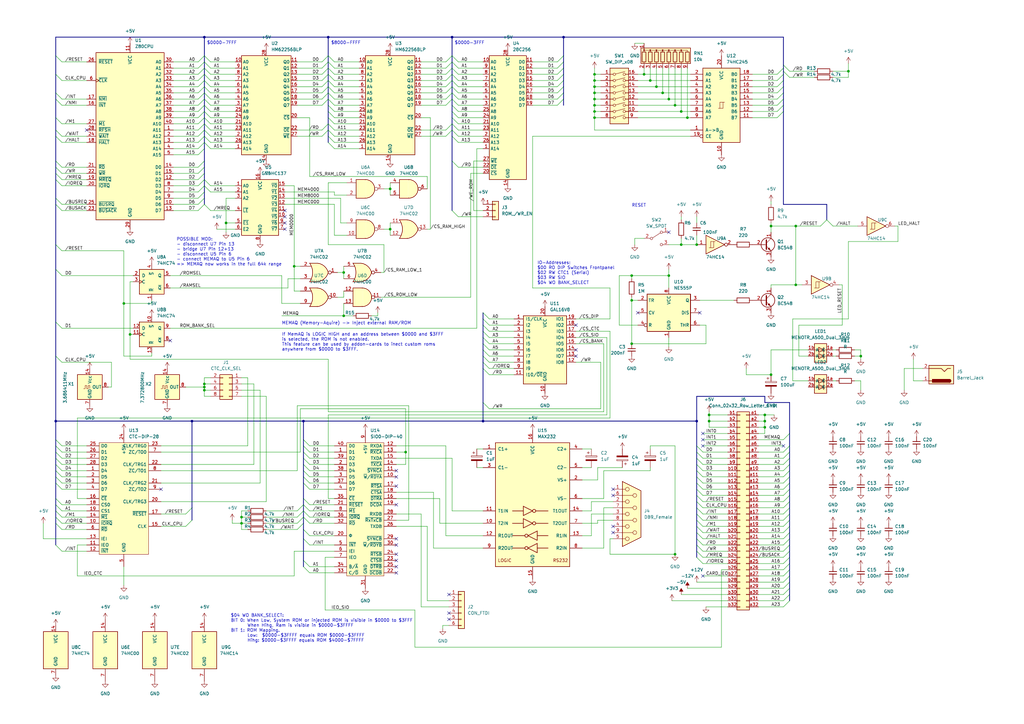
<source format=kicad_sch>
(kicad_sch (version 20230121) (generator eeschema)
  (paper "A3")
  (title_block (title "Z8C CPU Board") (date "2022-09-29") (rev "1") (comment 1 "Z80 Homebrew Computer Main Processing Board") (comment 2 "CPU, CLK-GEN, Power-On-Reset, CTC, SIO, 64k RAM, 16k ROM") (comment 3 "https://github.com/dennis9819/Z8C-Homebrew-Computer"))
  (junction (at 281.94 48.26))
  (junction (at 316.23 92.71))
  (junction (at 134.62 15.24))
  (junction (at 279.4 100.33))
  (junction (at 166.37 185.42))
  (junction (at 347.98 29.21))
  (junction (at 83.82 158.75))
  (junction (at 326.39 116.84))
  (junction (at 285.75 172.72))
  (junction (at 285.75 100.33))
  (junction (at 313.69 175.26))
  (junction (at 99.06 212.09))
  (junction (at 259.08 113.03))
  (junction (at 259.08 140.97))
  (junction (at 279.4 45.72))
  (junction (at 140.97 129.54))
  (junction (at 160.02 93.98))
  (junction (at 276.86 43.18))
  (junction (at 243.84 40.64))
  (junction (at 83.82 15.24))
  (junction (at 140.97 111.76))
  (junction (at 50.8 124.46))
  (junction (at 243.84 35.56))
  (junction (at 274.32 113.03))
  (junction (at 316.23 153.67))
  (junction (at 353.06 146.05))
  (junction (at 243.84 48.26))
  (junction (at 274.32 40.64))
  (junction (at 271.78 38.1))
  (junction (at 243.84 33.02))
  (junction (at 83.82 157.48))
  (junction (at 124.46 172.72))
  (junction (at 326.39 92.71))
  (junction (at 120.65 109.22))
  (junction (at 266.7 33.02))
  (junction (at 243.84 45.72))
  (junction (at 243.84 30.48))
  (junction (at 78.74 172.72))
  (junction (at 53.34 137.16))
  (junction (at 313.69 170.18))
  (junction (at 198.12 172.72))
  (junction (at 264.16 30.48))
  (junction (at 243.84 38.1))
  (junction (at 92.71 91.44))
  (junction (at 290.83 170.18))
  (junction (at 22.86 172.72))
  (junction (at 269.24 35.56))
  (junction (at 259.08 123.19))
  (junction (at 185.42 15.24))
  (junction (at 160.02 77.47))
  (junction (at 290.83 172.72))
  (junction (at 276.86 227.33))
  (junction (at 313.69 172.72))
  (junction (at 231.14 15.24))
  (junction (at 99.06 214.63))
  (junction (at 243.84 43.18))
  (junction (at 83.82 160.02))
  (no_connect (at 236.22 133.35))
  (no_connect (at 236.22 146.05))
  (no_connect (at 236.22 143.51))
  (no_connect (at 274.32 95.25))
  (no_connect (at 287.02 128.27))
  (no_connect (at 261.62 128.27))
  (no_connect (at 288.29 236.22))
  (no_connect (at 116.84 93.98))
  (no_connect (at 116.84 86.36))
  (no_connect (at 116.84 88.9))
  (no_connect (at 116.84 91.44))
  (no_connect (at 162.56 199.39))
  (no_connect (at 162.56 207.01))
  (no_connect (at 162.56 193.04))
  (no_connect (at 162.56 195.58))
  (no_connect (at 162.56 234.95))
  (no_connect (at 162.56 232.41))
  (no_connect (at 162.56 229.87))
  (no_connect (at 162.56 227.33))
  (no_connect (at 162.56 223.52))
  (no_connect (at 162.56 220.98))
  (no_connect (at 66.04 200.66))
  (no_connect (at 251.46 200.66))
  (no_connect (at 251.46 203.2))
  (no_connect (at 251.46 215.9))
  (no_connect (at 251.46 218.44))
  (no_connect (at 184.15 254))
  (no_connect (at 184.15 251.46))
  (no_connect (at 184.15 243.84))
  (no_connect (at 69.85 139.7))
  (no_connect (at 288.29 182.88))
  (no_connect (at 288.29 180.34))
  (no_connect (at 288.29 177.8))
  (no_connect (at 321.31 182.88))
  (no_connect (at 35.56 53.34))
  (bus_entry (at 25.4 198.12) (size -2.54 -2.54))
  (bus_entry (at 185.42 22.86) (size 2.54 2.54))
  (bus_entry (at 198.12 138.43) (size 2.54 2.54))
  (bus_entry (at 22.86 100.33) (size 2.54 2.54))
  (bus_entry (at 81.28 68.58) (size 2.54 -2.54))
  (bus_entry (at 83.82 55.88) (size -2.54 2.54))
  (bus_entry (at 124.46 229.87) (size 2.54 2.54))
  (bus_entry (at 318.77 43.18) (size 2.54 -2.54))
  (bus_entry (at 22.86 48.26) (size 2.54 2.54))
  (bus_entry (at 288.29 193.04) (size -2.54 -2.54))
  (bus_entry (at 323.85 200.66) (size -2.54 2.54))
  (bus_entry (at 228.6 33.02) (size 2.54 -2.54))
  (bus_entry (at 185.42 43.18) (size 2.54 2.54))
  (bus_entry (at 25.4 200.66) (size -2.54 -2.54))
  (bus_entry (at 127 187.96) (size -2.54 -2.54))
  (bus_entry (at 83.82 76.2) (size 2.54 2.54))
  (bus_entry (at 318.77 33.02) (size 2.54 -2.54))
  (bus_entry (at 22.86 71.12) (size 2.54 2.54))
  (bus_entry (at 134.62 55.88) (size 2.54 2.54))
  (bus_entry (at 285.75 203.2) (size 2.54 2.54))
  (bus_entry (at 134.62 45.72) (size 2.54 2.54))
  (bus_entry (at 127 200.66) (size -2.54 -2.54))
  (bus_entry (at 198.12 128.27) (size 2.54 2.54))
  (bus_entry (at 288.29 187.96) (size -2.54 -2.54))
  (bus_entry (at 323.85 238.76) (size -2.54 2.54))
  (bus_entry (at 323.85 223.52) (size -2.54 2.54))
  (bus_entry (at 81.28 76.2) (size 2.54 -2.54))
  (bus_entry (at 22.86 68.58) (size 2.54 2.54))
  (bus_entry (at 185.42 50.8) (size -2.54 2.54))
  (bus_entry (at 323.85 226.06) (size -2.54 2.54))
  (bus_entry (at 25.4 113.03) (size -2.54 -2.54))
  (bus_entry (at 185.42 38.1) (size 2.54 2.54))
  (bus_entry (at 83.82 58.42) (size -2.54 2.54))
  (bus_entry (at 127 195.58) (size -2.54 -2.54))
  (bus_entry (at 25.4 193.04) (size -2.54 -2.54))
  (bus_entry (at 228.6 30.48) (size 2.54 -2.54))
  (bus_entry (at 124.46 214.63) (size -2.54 2.54))
  (bus_entry (at 198.12 165.1) (size 2.54 2.54))
  (bus_entry (at 185.42 86.36) (size 2.54 2.54))
  (bus_entry (at 323.85 182.88) (size -2.54 2.54))
  (bus_entry (at 25.4 134.62) (size -2.54 -2.54))
  (bus_entry (at 339.09 90.17) (size -2.54 2.54))
  (bus_entry (at 134.62 30.48) (size 2.54 2.54))
  (bus_entry (at 134.62 27.94) (size 2.54 2.54))
  (bus_entry (at 318.77 30.48) (size 2.54 -2.54))
  (bus_entry (at 228.6 43.18) (size 2.54 -2.54))
  (bus_entry (at 228.6 25.4) (size 2.54 -2.54))
  (bus_entry (at 22.86 38.1) (size 2.54 2.54))
  (bus_entry (at 288.29 190.5) (size -2.54 -2.54))
  (bus_entry (at 83.82 48.26) (size -2.54 2.54))
  (bus_entry (at 185.42 53.34) (size -2.54 2.54))
  (bus_entry (at 323.85 208.28) (size -2.54 2.54))
  (bus_entry (at 182.88 30.48) (size 2.54 -2.54))
  (bus_entry (at 134.62 38.1) (size 2.54 2.54))
  (bus_entry (at 182.88 35.56) (size 2.54 -2.54))
  (bus_entry (at 198.12 148.59) (size 2.54 2.54))
  (bus_entry (at 81.28 71.12) (size 2.54 -2.54))
  (bus_entry (at 182.88 38.1) (size 2.54 -2.54))
  (bus_entry (at 185.42 27.94) (size 2.54 2.54))
  (bus_entry (at 318.77 45.72) (size 2.54 -2.54))
  (bus_entry (at 22.86 53.34) (size 2.54 2.54))
  (bus_entry (at 285.75 208.28) (size 2.54 2.54))
  (bus_entry (at 22.86 81.28) (size 2.54 2.54))
  (bus_entry (at 134.62 43.18) (size 2.54 2.54))
  (bus_entry (at 83.82 60.96) (size -2.54 2.54))
  (bus_entry (at 185.42 35.56) (size 2.54 2.54))
  (bus_entry (at 134.62 53.34) (size 2.54 2.54))
  (bus_entry (at 182.88 33.02) (size 2.54 -2.54))
  (bus_entry (at 285.75 218.44) (size 2.54 2.54))
  (bus_entry (at 81.28 86.36) (size 2.54 -2.54))
  (bus_entry (at 124.46 209.55) (size -2.54 2.54))
  (bus_entry (at 22.86 223.52) (size 2.54 2.54))
  (bus_entry (at 132.08 33.02) (size 2.54 -2.54))
  (bus_entry (at 132.08 27.94) (size 2.54 -2.54))
  (bus_entry (at 132.08 30.48) (size 2.54 -2.54))
  (bus_entry (at 132.08 25.4) (size 2.54 -2.54))
  (bus_entry (at 132.08 43.18) (size 2.54 -2.54))
  (bus_entry (at 132.08 38.1) (size 2.54 -2.54))
  (bus_entry (at 132.08 35.56) (size 2.54 -2.54))
  (bus_entry (at 132.08 40.64) (size 2.54 -2.54))
  (bus_entry (at 83.82 43.18) (size 2.54 2.54))
  (bus_entry (at 83.82 30.48) (size 2.54 2.54))
  (bus_entry (at 83.82 50.8) (size 2.54 2.54))
  (bus_entry (at 83.82 48.26) (size 2.54 2.54))
  (bus_entry (at 83.82 33.02) (size 2.54 2.54))
  (bus_entry (at 83.82 45.72) (size 2.54 2.54))
  (bus_entry (at 83.82 55.88) (size 2.54 2.54))
  (bus_entry (at 83.82 53.34) (size 2.54 2.54))
  (bus_entry (at 83.82 22.86) (size 2.54 2.54))
  (bus_entry (at 83.82 58.42) (size 2.54 2.54))
  (bus_entry (at 83.82 40.64) (size 2.54 2.54))
  (bus_entry (at 83.82 25.4) (size 2.54 2.54))
  (bus_entry (at 83.82 27.94) (size 2.54 2.54))
  (bus_entry (at 83.82 35.56) (size 2.54 2.54))
  (bus_entry (at 83.82 38.1) (size 2.54 2.54))
  (bus_entry (at 78.74 213.36) (size -2.54 2.54))
  (bus_entry (at 134.62 58.42) (size 2.54 2.54))
  (bus_entry (at 323.85 187.96) (size -2.54 2.54))
  (bus_entry (at 285.75 215.9) (size 2.54 2.54))
  (bus_entry (at 134.62 25.4) (size 2.54 2.54))
  (bus_entry (at 198.12 140.97) (size 2.54 2.54))
  (bus_entry (at 182.88 40.64) (size 2.54 -2.54))
  (bus_entry (at 83.82 43.18) (size -2.54 2.54))
  (bus_entry (at 323.85 213.36) (size -2.54 2.54))
  (bus_entry (at 321.31 29.21) (size 2.54 2.54))
  (bus_entry (at 83.82 73.66) (size 2.54 2.54))
  (bus_entry (at 185.42 40.64) (size 2.54 2.54))
  (bus_entry (at 22.86 146.05) (size 2.54 2.54))
  (bus_entry (at 185.42 50.8) (size 2.54 2.54))
  (bus_entry (at 323.85 220.98) (size -2.54 2.54))
  (bus_entry (at 323.85 205.74) (size -2.54 2.54))
  (bus_entry (at 323.85 228.6) (size -2.54 2.54))
  (bus_entry (at 323.85 231.14) (size -2.54 2.54))
  (bus_entry (at 185.42 66.04) (size 2.54 2.54))
  (bus_entry (at 124.46 220.98) (size 2.54 2.54))
  (bus_entry (at 198.12 133.35) (size 2.54 2.54))
  (bus_entry (at 318.77 40.64) (size 2.54 -2.54))
  (bus_entry (at 22.86 204.47) (size 2.54 2.54))
  (bus_entry (at 323.85 185.42) (size -2.54 2.54))
  (bus_entry (at 318.77 38.1) (size 2.54 -2.54))
  (bus_entry (at 134.62 40.64) (size 2.54 2.54))
  (bus_entry (at 83.82 33.02) (size -2.54 2.54))
  (bus_entry (at 81.28 73.66) (size 2.54 -2.54))
  (bus_entry (at 22.86 66.04) (size 2.54 2.54))
  (bus_entry (at 124.46 212.09) (size 2.54 2.54))
  (bus_entry (at 185.42 55.88) (size 2.54 2.54))
  (bus_entry (at 198.12 130.81) (size 2.54 2.54))
  (bus_entry (at 83.82 83.82) (size 2.54 2.54))
  (bus_entry (at 83.82 25.4) (size -2.54 2.54))
  (bus_entry (at 134.62 33.02) (size 2.54 2.54))
  (bus_entry (at 323.85 218.44) (size -2.54 2.54))
  (bus_entry (at 318.77 35.56) (size 2.54 -2.54))
  (bus_entry (at 22.86 209.55) (size 2.54 2.54))
  (bus_entry (at 83.82 22.86) (size -2.54 2.54))
  (bus_entry (at 134.62 48.26) (size 2.54 2.54))
  (bus_entry (at 127 193.04) (size -2.54 -2.54))
  (bus_entry (at 83.82 35.56) (size -2.54 2.54))
  (bus_entry (at 185.42 53.34) (size 2.54 2.54))
  (bus_entry (at 81.28 83.82) (size 2.54 -2.54))
  (bus_entry (at 22.86 73.66) (size 2.54 2.54))
  (bus_entry (at 124.46 212.09) (size -2.54 2.54))
  (bus_entry (at 182.88 27.94) (size 2.54 -2.54))
  (bus_entry (at 288.29 185.42) (size -2.54 -2.54))
  (bus_entry (at 127 198.12) (size -2.54 -2.54))
  (bus_entry (at 288.29 198.12) (size -2.54 -2.54))
  (bus_entry (at 285.75 223.52) (size 2.54 2.54))
  (bus_entry (at 83.82 50.8) (size -2.54 2.54))
  (bus_entry (at 185.42 45.72) (size 2.54 2.54))
  (bus_entry (at 323.85 193.04) (size -2.54 2.54))
  (bus_entry (at 83.82 53.34) (size -2.54 2.54))
  (bus_entry (at 185.42 33.02) (size 2.54 2.54))
  (bus_entry (at 228.6 38.1) (size 2.54 -2.54))
  (bus_entry (at 285.75 210.82) (size 2.54 2.54))
  (bus_entry (at 323.85 243.84) (size -2.54 2.54))
  (bus_entry (at 22.86 207.01) (size 2.54 2.54))
  (bus_entry (at 78.74 208.28) (size -2.54 2.54))
  (bus_entry (at 323.85 215.9) (size -2.54 2.54))
  (bus_entry (at 124.46 207.01) (size 2.54 2.54))
  (bus_entry (at 198.12 143.51) (size 2.54 2.54))
  (bus_entry (at 321.31 26.67) (size 2.54 2.54))
  (bus_entry (at 228.6 27.94) (size 2.54 -2.54))
  (bus_entry (at 22.86 55.88) (size 2.54 2.54))
  (bus_entry (at 285.75 226.06) (size 2.54 2.54))
  (bus_entry (at 198.12 146.05) (size 2.54 2.54))
  (bus_entry (at 127 182.88) (size -2.54 -2.54))
  (bus_entry (at 22.86 212.09) (size 2.54 2.54))
  (bus_entry (at 25.4 187.96) (size -2.54 -2.54))
  (bus_entry (at 285.75 228.6) (size 2.54 2.54))
  (bus_entry (at 323.85 241.3) (size -2.54 2.54))
  (bus_entry (at 124.46 232.41) (size 2.54 2.54))
  (bus_entry (at 323.85 190.5) (size -2.54 2.54))
  (bus_entry (at 323.85 198.12) (size -2.54 2.54))
  (bus_entry (at 25.4 185.42) (size -2.54 -2.54))
  (bus_entry (at 182.88 43.18) (size 2.54 -2.54))
  (bus_entry (at 124.46 207.01) (size -2.54 2.54))
  (bus_entry (at 22.86 214.63) (size 2.54 2.54))
  (bus_entry (at 134.62 22.86) (size 2.54 2.54))
  (bus_entry (at 323.85 246.38) (size -2.54 2.54))
  (bus_entry (at 228.6 40.64) (size 2.54 -2.54))
  (bus_entry (at 323.85 195.58) (size -2.54 2.54))
  (bus_entry (at 127 190.5) (size -2.54 -2.54))
  (bus_entry (at 25.4 190.5) (size -2.54 -2.54))
  (bus_entry (at 185.42 30.48) (size 2.54 2.54))
  (bus_entry (at 288.29 200.66) (size -2.54 -2.54))
  (bus_entry (at 22.86 83.82) (size 2.54 2.54))
  (bus_entry (at 198.12 151.13) (size 2.54 2.54))
  (bus_entry (at 323.85 236.22) (size -2.54 2.54))
  (bus_entry (at 134.62 35.56) (size 2.54 2.54))
  (bus_entry (at 124.46 217.17) (size 2.54 2.54))
  (bus_entry (at 134.62 53.34) (size -2.54 2.54))
  (bus_entry (at 134.62 50.8) (size -2.54 2.54))
  (bus_entry (at 285.75 205.74) (size 2.54 2.54))
  (bus_entry (at 83.82 45.72) (size -2.54 2.54))
  (bus_entry (at 83.82 30.48) (size -2.54 2.54))
  (bus_entry (at 288.29 195.58) (size -2.54 -2.54))
  (bus_entry (at 83.82 38.1) (size -2.54 2.54))
  (bus_entry (at 285.75 220.98) (size 2.54 2.54))
  (bus_entry (at 323.85 233.68) (size -2.54 2.54))
  (bus_entry (at 185.42 25.4) (size 2.54 2.54))
  (bus_entry (at 134.62 50.8) (size 2.54 2.54))
  (bus_entry (at 81.28 81.28) (size 2.54 -2.54))
  (bus_entry (at 83.82 40.64) (size -2.54 2.54))
  (bus_entry (at 339.09 90.17) (size 2.54 2.54))
  (bus_entry (at 81.28 78.74) (size 2.54 -2.54))
  (bus_entry (at 127 185.42) (size -2.54 -2.54))
  (bus_entry (at 25.4 195.58) (size -2.54 -2.54))
  (bus_entry (at 22.86 40.64) (size 2.54 2.54))
  (bus_entry (at 228.6 35.56) (size 2.54 -2.54))
  (bus_entry (at 323.85 210.82) (size -2.54 2.54))
  (bus_entry (at 22.86 30.48) (size 2.54 2.54))
  (bus_entry (at 124.46 209.55) (size 2.54 2.54))
  (bus_entry (at 323.85 203.2) (size -2.54 2.54))
  (bus_entry (at 182.88 25.4) (size 2.54 -2.54))
  (bus_entry (at 83.82 27.94) (size -2.54 2.54))
  (bus_entry (at 25.4 182.88) (size -2.54 -2.54))
  (bus_entry (at 318.77 48.26) (size 2.54 -2.54))
  (bus_entry (at 321.31 180.34) (size 2.54 -2.54))
  (bus_entry (at 124.46 204.47) (size 2.54 2.54))
  (bus_entry (at 22.86 22.86) (size 2.54 2.54))
  (bus_entry (at 285.75 213.36) (size 2.54 2.54))
  (bus_entry (at 288.29 203.2) (size -2.54 -2.54))
  (bus_entry (at 185.42 48.26) (size 2.54 2.54))
  (bus_entry (at 198.12 135.89) (size 2.54 2.54))
  (wire (pts (xy 86.36 48.26) (xy 96.52 48.26)))
  (wire (pts (xy 289.56 133.35) (xy 287.02 133.35)))
  (wire (pts (xy 81.28 27.94) (xy 71.12 27.94)))
  (wire (pts (xy 274.32 27.94) (xy 274.32 40.64)))
  (wire (pts (xy 243.84 40.64) (xy 246.38 40.64)))
  (bus (pts (xy 285.75 200.66) (xy 285.75 198.12)))
  (bus (pts (xy 231.14 30.48) (xy 231.14 33.02)))
  (wire (pts (xy 25.4 212.09) (xy 35.56 212.09)))
  (bus (pts (xy 134.62 45.72) (xy 134.62 48.26)))
  (bus (pts (xy 231.14 35.56) (xy 231.14 38.1)))
  (bus (pts (xy 285.75 223.52) (xy 285.75 226.06)))
  (wire (pts (xy 321.31 226.06) (xy 311.15 226.06)))
  (wire (pts (xy 251.46 220.98) (xy 250.19 220.98)))
  (bus (pts (xy 124.46 217.17) (xy 124.46 220.98)))
  (bus (pts (xy 124.46 182.88) (xy 124.46 185.42)))
  (wire (pts (xy 238.76 214.63) (xy 245.11 214.63)))
  (bus (pts (xy 323.85 236.22) (xy 323.85 233.68)))
  (wire (pts (xy 243.84 48.26) (xy 246.38 48.26)))
  (wire (pts (xy 341.63 143.51) (xy 342.9 143.51)))
  (wire (pts (xy 279.4 45.72) (xy 283.21 45.72)))
  (wire (pts (xy 242.57 209.55) (xy 242.57 205.74)))
  (wire (pts (xy 166.37 167.64) (xy 166.37 185.42)))
  (wire (pts (xy 288.29 193.04) (xy 298.45 193.04)))
  (wire (pts (xy 236.22 130.81) (xy 250.19 130.81)))
  (bus (pts (xy 321.31 26.67) (xy 321.31 27.94)))
  (wire (pts (xy 269.24 27.94) (xy 269.24 35.56)))
  (wire (pts (xy 182.88 55.88) (xy 172.72 55.88)))
  (wire (pts (xy 182.88 38.1) (xy 172.72 38.1)))
  (wire (pts (xy 187.96 55.88) (xy 198.12 55.88)))
  (bus (pts (xy 185.42 55.88) (xy 185.42 66.04)))
  (wire (pts (xy 276.86 227.33) (xy 276.86 182.88)))
  (wire (pts (xy 106.68 198.12) (xy 106.68 160.02)))
  (wire (pts (xy 298.45 233.68) (xy 295.91 233.68)))
  (wire (pts (xy 266.7 193.04) (xy 266.7 191.77)))
  (bus (pts (xy 134.62 25.4) (xy 134.62 27.94)))
  (wire (pts (xy 228.6 38.1) (xy 218.44 38.1)))
  (wire (pts (xy 194.31 66.04) (xy 198.12 66.04)))
  (wire (pts (xy 140.97 111.76) (xy 140.97 109.22)))
  (wire (pts (xy 288.29 205.74) (xy 298.45 205.74)))
  (wire (pts (xy 25.4 68.58) (xy 35.56 68.58)))
  (wire (pts (xy 121.92 209.55) (xy 109.22 209.55)))
  (wire (pts (xy 86.36 55.88) (xy 96.52 55.88)))
  (wire (pts (xy 17.78 220.98) (xy 17.78 214.63)))
  (wire (pts (xy 321.31 198.12) (xy 311.15 198.12)))
  (wire (pts (xy 182.88 25.4) (xy 172.72 25.4)))
  (wire (pts (xy 350.52 146.05) (xy 353.06 146.05)))
  (bus (pts (xy 198.12 135.89) (xy 198.12 138.43)))
  (wire (pts (xy 132.08 25.4) (xy 121.92 25.4)))
  (bus (pts (xy 83.82 50.8) (xy 83.82 48.26)))
  (wire (pts (xy 259.08 140.97) (xy 289.56 140.97)))
  (bus (pts (xy 83.82 27.94) (xy 83.82 25.4)))
  (wire (pts (xy 243.84 40.64) (xy 243.84 43.18)))
  (wire (pts (xy 195.58 184.15) (xy 198.12 184.15)))
  (wire (pts (xy 318.77 48.26) (xy 308.61 48.26)))
  (wire (pts (xy 66.04 205.74) (xy 109.22 205.74)))
  (bus (pts (xy 22.86 71.12) (xy 22.86 73.66)))
  (wire (pts (xy 288.29 195.58) (xy 298.45 195.58)))
  (wire (pts (xy 298.45 172.72) (xy 290.83 172.72)))
  (wire (pts (xy 104.14 157.48) (xy 99.06 157.48)))
  (wire (pts (xy 187.96 88.9) (xy 198.12 88.9)))
  (bus (pts (xy 134.62 27.94) (xy 134.62 30.48)))
  (wire (pts (xy 137.16 55.88) (xy 147.32 55.88)))
  (wire (pts (xy 25.4 185.42) (xy 35.56 185.42)))
  (wire (pts (xy 274.32 100.33) (xy 279.4 100.33)))
  (bus (pts (xy 323.85 218.44) (xy 323.85 215.9)))
  (bus (pts (xy 198.12 140.97) (xy 198.12 143.51)))
  (wire (pts (xy 228.6 40.64) (xy 218.44 40.64)))
  (wire (pts (xy 182.88 219.71) (xy 182.88 182.88)))
  (bus (pts (xy 78.74 172.72) (xy 124.46 172.72)))
  (bus (pts (xy 323.85 205.74) (xy 323.85 203.2)))
  (bus (pts (xy 134.62 35.56) (xy 134.62 38.1)))
  (bus (pts (xy 198.12 172.72) (xy 285.75 172.72)))
  (bus (pts (xy 83.82 35.56) (xy 83.82 33.02)))
  (bus (pts (xy 323.85 233.68) (xy 323.85 231.14)))
  (wire (pts (xy 81.28 45.72) (xy 71.12 45.72)))
  (wire (pts (xy 83.82 157.48) (xy 83.82 154.94)))
  (bus (pts (xy 323.85 213.36) (xy 323.85 210.82)))
  (wire (pts (xy 321.31 200.66) (xy 311.15 200.66)))
  (bus (pts (xy 134.62 50.8) (xy 134.62 53.34)))
  (wire (pts (xy 182.88 40.64) (xy 172.72 40.64)))
  (wire (pts (xy 331.47 146.05) (xy 327.66 146.05)))
  (wire (pts (xy 31.75 171.45) (xy 250.19 171.45)))
  (wire (pts (xy 281.94 27.94) (xy 281.94 48.26)))
  (wire (pts (xy 245.11 191.77) (xy 245.11 196.85)))
  (wire (pts (xy 175.26 215.9) (xy 162.56 215.9)))
  (bus (pts (xy 22.86 68.58) (xy 22.86 71.12)))
  (wire (pts (xy 167.64 213.36) (xy 162.56 213.36)))
  (bus (pts (xy 83.82 38.1) (xy 83.82 35.56)))
  (wire (pts (xy 245.11 213.36) (xy 251.46 213.36)))
  (wire (pts (xy 123.19 185.42) (xy 123.19 167.64)))
  (bus (pts (xy 231.14 38.1) (xy 231.14 40.64)))
  (bus (pts (xy 22.86 100.33) (xy 22.86 110.49)))
  (wire (pts (xy 318.77 35.56) (xy 308.61 35.56)))
  (wire (pts (xy 132.08 38.1) (xy 121.92 38.1)))
  (wire (pts (xy 313.69 175.26) (xy 313.69 172.72)))
  (wire (pts (xy 25.4 55.88) (xy 35.56 55.88)))
  (bus (pts (xy 321.31 30.48) (xy 321.31 33.02)))
  (wire (pts (xy 81.28 25.4) (xy 71.12 25.4)))
  (wire (pts (xy 290.83 172.72) (xy 290.83 175.26)))
  (wire (pts (xy 180.34 214.63) (xy 198.12 214.63)))
  (wire (pts (xy 120.65 236.22) (xy 120.65 226.06)))
  (bus (pts (xy 231.14 27.94) (xy 231.14 30.48)))
  (wire (pts (xy 316.23 92.71) (xy 326.39 92.71)))
  (wire (pts (xy 288.29 220.98) (xy 298.45 220.98)))
  (wire (pts (xy 25.4 193.04) (xy 35.56 193.04)))
  (wire (pts (xy 25.4 76.2) (xy 35.56 76.2)))
  (wire (pts (xy 162.56 204.47) (xy 180.34 204.47)))
  (wire (pts (xy 170.18 265.43) (xy 295.91 265.43)))
  (wire (pts (xy 288.29 190.5) (xy 298.45 190.5)))
  (wire (pts (xy 177.8 201.93) (xy 177.8 224.79)))
  (bus (pts (xy 285.75 187.96) (xy 285.75 185.42)))
  (bus (pts (xy 22.86 40.64) (xy 22.86 48.26)))
  (wire (pts (xy 321.31 228.6) (xy 311.15 228.6)))
  (wire (pts (xy 276.86 43.18) (xy 283.21 43.18)))
  (wire (pts (xy 261.62 133.35) (xy 254 133.35)))
  (wire (pts (xy 318.77 30.48) (xy 308.61 30.48)))
  (wire (pts (xy 137.16 80.01) (xy 142.24 80.01)))
  (wire (pts (xy 288.29 180.34) (xy 298.45 180.34)))
  (wire (pts (xy 290.83 172.72) (xy 290.83 170.18)))
  (wire (pts (xy 160.02 93.98) (xy 160.02 91.44)))
  (bus (pts (xy 83.82 43.18) (xy 83.82 40.64)))
  (wire (pts (xy 368.3 92.71) (xy 368.3 99.06)))
  (wire (pts (xy 99.06 214.63) (xy 101.6 214.63)))
  (wire (pts (xy 321.31 210.82) (xy 311.15 210.82)))
  (wire (pts (xy 238.76 209.55) (xy 242.57 209.55)))
  (bus (pts (xy 22.86 146.05) (xy 22.86 172.72)))
  (wire (pts (xy 81.28 35.56) (xy 71.12 35.56)))
  (wire (pts (xy 86.36 53.34) (xy 96.52 53.34)))
  (wire (pts (xy 316.23 116.84) (xy 316.23 118.11)))
  (wire (pts (xy 321.31 215.9) (xy 311.15 215.9)))
  (wire (pts (xy 187.96 33.02) (xy 198.12 33.02)))
  (wire (pts (xy 132.08 40.64) (xy 121.92 40.64)))
  (wire (pts (xy 86.36 33.02) (xy 96.52 33.02)))
  (wire (pts (xy 195.58 191.77) (xy 198.12 191.77)))
  (bus (pts (xy 134.62 15.24) (xy 185.42 15.24)))
  (wire (pts (xy 175.26 93.98) (xy 176.53 93.98)))
  (wire (pts (xy 269.24 35.56) (xy 283.21 35.56)))
  (wire (pts (xy 243.84 45.72) (xy 243.84 48.26)))
  (wire (pts (xy 25.4 217.17) (xy 35.56 217.17)))
  (bus (pts (xy 285.75 200.66) (xy 285.75 203.2)))
  (wire (pts (xy 182.88 53.34) (xy 172.72 53.34)))
  (wire (pts (xy 313.69 170.18) (xy 317.5 170.18)))
  (wire (pts (xy 187.96 40.64) (xy 198.12 40.64)))
  (wire (pts (xy 109.22 162.56) (xy 99.06 162.56)))
  (wire (pts (xy 289.56 248.92) (xy 298.45 248.92)))
  (wire (pts (xy 261.62 48.26) (xy 281.94 48.26)))
  (wire (pts (xy 247.65 193.04) (xy 266.7 193.04)))
  (wire (pts (xy 170.18 250.19) (xy 170.18 265.43)))
  (bus (pts (xy 321.31 29.21) (xy 321.31 30.48)))
  (wire (pts (xy 109.22 205.74) (xy 109.22 162.56)))
  (wire (pts (xy 250.19 227.33) (xy 276.86 227.33)))
  (wire (pts (xy 137.16 204.47) (xy 134.62 204.47)))
  (wire (pts (xy 184.15 246.38) (xy 175.26 246.38)))
  (wire (pts (xy 323.85 31.75) (xy 334.01 31.75)))
  (bus (pts (xy 83.82 53.34) (xy 83.82 50.8)))
  (wire (pts (xy 228.6 43.18) (xy 218.44 43.18)))
  (wire (pts (xy 261.62 35.56) (xy 269.24 35.56)))
  (wire (pts (xy 160.02 77.47) (xy 160.02 74.93)))
  (wire (pts (xy 69.85 118.11) (xy 118.11 118.11)))
  (wire (pts (xy 132.08 43.18) (xy 121.92 43.18)))
  (wire (pts (xy 81.28 63.5) (xy 71.12 63.5)))
  (wire (pts (xy 238.76 184.15) (xy 242.57 184.15)))
  (wire (pts (xy 127 72.39) (xy 175.26 72.39)))
  (wire (pts (xy 318.77 43.18) (xy 308.61 43.18)))
  (wire (pts (xy 228.6 35.56) (xy 218.44 35.56)))
  (bus (pts (xy 124.46 180.34) (xy 124.46 182.88)))
  (wire (pts (xy 347.98 26.035) (xy 347.98 29.21)))
  (wire (pts (xy 86.36 25.4) (xy 96.52 25.4)))
  (bus (pts (xy 185.42 15.24) (xy 185.42 22.86)))
  (wire (pts (xy 167.64 166.37) (xy 167.64 213.36)))
  (wire (pts (xy 31.75 204.47) (xy 31.75 171.45)))
  (wire (pts (xy 137.16 96.52) (xy 142.24 96.52)))
  (wire (pts (xy 290.83 170.18) (xy 298.45 170.18)))
  (wire (pts (xy 341.63 29.21) (xy 347.98 29.21)))
  (wire (pts (xy 99.06 214.63) (xy 95.25 214.63)))
  (wire (pts (xy 99.06 209.55) (xy 101.6 209.55)))
  (bus (pts (xy 83.82 33.02) (xy 83.82 30.48)))
  (wire (pts (xy 198.12 86.36) (xy 194.31 86.36)))
  (bus (pts (xy 83.82 83.82) (xy 83.82 81.28)))
  (wire (pts (xy 96.52 91.44) (xy 92.71 91.44)))
  (wire (pts (xy 228.6 25.4) (xy 218.44 25.4)))
  (wire (pts (xy 187.96 30.48) (xy 198.12 30.48)))
  (wire (pts (xy 137.16 40.64) (xy 147.32 40.64)))
  (bus (pts (xy 185.42 45.72) (xy 185.42 48.26)))
  (bus (pts (xy 323.85 187.96) (xy 323.85 185.42)))
  (wire (pts (xy 248.92 170.18) (xy 248.92 138.43)))
  (wire (pts (xy 50.8 102.87) (xy 50.8 124.46)))
  (wire (pts (xy 177.8 201.93) (xy 162.56 201.93)))
  (wire (pts (xy 326.39 116.84) (xy 328.93 116.84)))
  (bus (pts (xy 323.85 238.76) (xy 323.85 236.22)))
  (wire (pts (xy 81.28 55.88) (xy 71.12 55.88)))
  (wire (pts (xy 185.42 187.96) (xy 185.42 209.55)))
  (wire (pts (xy 259.08 121.92) (xy 259.08 123.19)))
  (wire (pts (xy 81.28 33.02) (xy 71.12 33.02)))
  (bus (pts (xy 124.46 220.98) (xy 124.46 229.87)))
  (wire (pts (xy 290.83 175.26) (xy 298.45 175.26)))
  (wire (pts (xy 35.56 204.47) (xy 31.75 204.47)))
  (wire (pts (xy 66.04 182.88) (xy 101.6 182.88)))
  (bus (pts (xy 124.46 185.42) (xy 124.46 187.96)))
  (wire (pts (xy 243.84 45.72) (xy 246.38 45.72)))
  (wire (pts (xy 35.56 223.52) (xy 31.75 223.52)))
  (bus (pts (xy 321.31 43.18) (xy 321.31 45.72)))
  (wire (pts (xy 187.96 35.56) (xy 198.12 35.56)))
  (bus (pts (xy 185.42 27.94) (xy 185.42 30.48)))
  (bus (pts (xy 323.85 177.8) (xy 323.85 182.88)))
  (bus (pts (xy 313.69 162.56) (xy 313.69 165.1)))
  (wire (pts (xy 194.31 86.36) (xy 194.31 66.04)))
  (bus (pts (xy 83.82 81.28) (xy 83.82 78.74)))
  (wire (pts (xy 193.04 121.92) (xy 193.04 71.12)))
  (wire (pts (xy 86.36 27.94) (xy 96.52 27.94)))
  (wire (pts (xy 288.29 208.28) (xy 298.45 208.28)))
  (wire (pts (xy 86.36 45.72) (xy 96.52 45.72)))
  (wire (pts (xy 259.08 113.03) (xy 274.32 113.03)))
  (bus (pts (xy 22.86 195.58) (xy 22.86 198.12)))
  (wire (pts (xy 341.63 146.05) (xy 342.9 146.05)))
  (wire (pts (xy 323.85 29.21) (xy 334.01 29.21)))
  (wire (pts (xy 132.08 53.34) (xy 121.92 53.34)))
  (wire (pts (xy 132.08 55.88) (xy 121.92 55.88)))
  (wire (pts (xy 137.16 50.8) (xy 147.32 50.8)))
  (bus (pts (xy 313.69 165.1) (xy 323.85 165.1)))
  (wire (pts (xy 266.7 182.88) (xy 266.7 184.15)))
  (wire (pts (xy 138.43 111.76) (xy 140.97 111.76)))
  (wire (pts (xy 238.76 204.47) (xy 247.65 204.47)))
  (wire (pts (xy 127 232.41) (xy 137.16 232.41)))
  (wire (pts (xy 25.4 43.18) (xy 35.56 43.18)))
  (wire (pts (xy 31.75 236.22) (xy 120.65 236.22)))
  (bus (pts (xy 83.82 66.04) (xy 83.82 60.96)))
  (bus (pts (xy 198.12 146.05) (xy 198.12 148.59)))
  (wire (pts (xy 281.94 48.26) (xy 283.21 48.26)))
  (bus (pts (xy 285.75 205.74) (xy 285.75 208.28)))
  (bus (pts (xy 323.85 241.3) (xy 323.85 238.76)))
  (wire (pts (xy 195.58 60.96) (xy 195.58 134.62)))
  (bus (pts (xy 134.62 55.88) (xy 134.62 58.42)))
  (wire (pts (xy 243.84 33.02) (xy 246.38 33.02)))
  (wire (pts (xy 306.07 153.67) (xy 306.07 151.13)))
  (wire (pts (xy 50.8 146.05) (xy 62.23 146.05)))
  (wire (pts (xy 116.84 76.2) (xy 120.65 76.2)))
  (wire (pts (xy 313.69 172.72) (xy 313.69 170.18)))
  (wire (pts (xy 200.66 135.89) (xy 210.82 135.89)))
  (wire (pts (xy 127 187.96) (xy 137.16 187.96)))
  (wire (pts (xy 25.4 40.64) (xy 35.56 40.64)))
  (wire (pts (xy 287.02 123.19) (xy 300.99 123.19)))
  (wire (pts (xy 121.92 166.37) (xy 167.64 166.37)))
  (wire (pts (xy 288.29 200.66) (xy 298.45 200.66)))
  (wire (pts (xy 127 198.12) (xy 137.16 198.12)))
  (wire (pts (xy 261.62 43.18) (xy 276.86 43.18)))
  (wire (pts (xy 25.4 50.8) (xy 35.56 50.8)))
  (wire (pts (xy 259.08 123.19) (xy 261.62 123.19)))
  (wire (pts (xy 25.4 190.5) (xy 35.56 190.5)))
  (bus (pts (xy 124.46 204.47) (xy 124.46 207.01)))
  (wire (pts (xy 321.31 243.84) (xy 311.15 243.84)))
  (bus (pts (xy 323.85 165.1) (xy 323.85 177.8)))
  (wire (pts (xy 187.96 50.8) (xy 198.12 50.8)))
  (wire (pts (xy 276.86 27.94) (xy 276.86 43.18)))
  (wire (pts (xy 279.4 100.33) (xy 285.75 100.33)))
  (wire (pts (xy 180.34 204.47) (xy 180.34 214.63)))
  (wire (pts (xy 260.35 100.33) (xy 260.35 97.79)))
  (wire (pts (xy 243.84 35.56) (xy 243.84 38.1)))
  (bus (pts (xy 231.14 15.24) (xy 321.31 15.24)))
  (wire (pts (xy 321.31 238.76) (xy 311.15 238.76)))
  (bus (pts (xy 285.75 220.98) (xy 285.75 223.52)))
  (wire (pts (xy 120.65 226.06) (xy 137.16 226.06)))
  (wire (pts (xy 138.43 121.92) (xy 140.97 121.92)))
  (wire (pts (xy 353.06 146.05) (xy 353.06 147.32)))
  (wire (pts (xy 187.96 48.26) (xy 198.12 48.26)))
  (wire (pts (xy 279.4 97.79) (xy 279.4 100.33)))
  (wire (pts (xy 182.88 30.48) (xy 172.72 30.48)))
  (wire (pts (xy 86.36 35.56) (xy 96.52 35.56)))
  (wire (pts (xy 156.21 121.92) (xy 193.04 121.92)))
  (wire (pts (xy 172.72 210.82) (xy 162.56 210.82)))
  (wire (pts (xy 200.66 130.81) (xy 210.82 130.81)))
  (bus (pts (xy 124.46 198.12) (xy 124.46 204.47)))
  (bus (pts (xy 83.82 78.74) (xy 83.82 76.2)))
  (wire (pts (xy 137.16 53.34) (xy 147.32 53.34)))
  (wire (pts (xy 182.88 43.18) (xy 172.72 43.18)))
  (wire (pts (xy 160.02 93.98) (xy 160.02 96.52)))
  (wire (pts (xy 321.31 236.22) (xy 311.15 236.22)))
  (wire (pts (xy 132.08 27.94) (xy 121.92 27.94)))
  (wire (pts (xy 81.28 73.66) (xy 71.12 73.66)))
  (wire (pts (xy 260.35 97.79) (xy 264.16 97.79)))
  (wire (pts (xy 115.57 129.54) (xy 140.97 129.54)))
  (wire (pts (xy 166.37 185.42) (xy 162.56 185.42)))
  (wire (pts (xy 313.69 177.8) (xy 313.69 175.26)))
  (wire (pts (xy 140.97 111.76) (xy 140.97 114.3)))
  (wire (pts (xy 127 223.52) (xy 137.16 223.52)))
  (wire (pts (xy 321.31 190.5) (xy 311.15 190.5)))
  (bus (pts (xy 124.46 209.55) (xy 124.46 212.09)))
  (wire (pts (xy 311.15 170.18) (xy 313.69 170.18)))
  (wire (pts (xy 321.31 218.44) (xy 311.15 218.44)))
  (wire (pts (xy 187.96 25.4) (xy 198.12 25.4)))
  (wire (pts (xy 321.31 248.92) (xy 311.15 248.92)))
  (wire (pts (xy 321.31 203.2) (xy 311.15 203.2)))
  (wire (pts (xy 321.31 213.36) (xy 311.15 213.36)))
  (bus (pts (xy 285.75 208.28) (xy 285.75 210.82)))
  (wire (pts (xy 347.98 99.06) (xy 347.98 130.81)))
  (wire (pts (xy 120.65 109.22) (xy 123.19 109.22)))
  (wire (pts (xy 274.32 110.49) (xy 274.32 113.03)))
  (bus (pts (xy 134.62 15.24) (xy 134.62 22.86)))
  (wire (pts (xy 157.48 111.76) (xy 157.48 100.33)))
  (wire (pts (xy 187.96 38.1) (xy 198.12 38.1)))
  (wire (pts (xy 261.62 40.64) (xy 274.32 40.64)))
  (wire (pts (xy 134.62 100.33) (xy 134.62 74.93)))
  (wire (pts (xy 69.85 113.03) (xy 115.57 113.03)))
  (bus (pts (xy 22.86 48.26) (xy 22.86 53.34)))
  (wire (pts (xy 247.65 168.91) (xy 247.65 140.97)))
  (wire (pts (xy 25.4 209.55) (xy 35.56 209.55)))
  (wire (pts (xy 121.92 214.63) (xy 109.22 214.63)))
  (wire (pts (xy 25.4 148.59) (xy 45.72 148.59)))
  (wire (pts (xy 120.65 76.2) (xy 120.65 109.22)))
  (bus (pts (xy 285.75 185.42) (xy 285.75 182.88)))
  (wire (pts (xy 157.48 77.47) (xy 160.02 77.47)))
  (wire (pts (xy 243.84 35.56) (xy 246.38 35.56)))
  (wire (pts (xy 288.29 185.42) (xy 298.45 185.42)))
  (wire (pts (xy 66.04 185.42) (xy 123.19 185.42)))
  (wire (pts (xy 53.34 137.16) (xy 54.61 137.16)))
  (wire (pts (xy 288.29 203.2) (xy 298.45 203.2)))
  (wire (pts (xy 160.02 77.47) (xy 160.02 80.01)))
  (bus (pts (xy 124.46 172.72) (xy 124.46 180.34)))
  (wire (pts (xy 238.76 191.77) (xy 242.57 191.77)))
  (bus (pts (xy 285.75 215.9) (xy 285.75 218.44)))
  (bus (pts (xy 285.75 203.2) (xy 285.75 205.74)))
  (wire (pts (xy 331.47 156.21) (xy 325.12 156.21)))
  (bus (pts (xy 185.42 38.1) (xy 185.42 40.64)))
  (wire (pts (xy 62.23 124.46) (xy 62.23 123.19)))
  (wire (pts (xy 127 185.42) (xy 137.16 185.42)))
  (wire (pts (xy 325.12 130.81) (xy 325.12 156.21)))
  (wire (pts (xy 137.16 35.56) (xy 147.32 35.56)))
  (wire (pts (xy 321.31 233.68) (xy 311.15 233.68)))
  (bus (pts (xy 285.75 195.58) (xy 285.75 193.04)))
  (wire (pts (xy 140.97 124.46) (xy 140.97 129.54)))
  (bus (pts (xy 185.42 33.02) (xy 185.42 35.56)))
  (bus (pts (xy 231.14 25.4) (xy 231.14 27.94)))
  (wire (pts (xy 120.65 119.38) (xy 123.19 119.38)))
  (wire (pts (xy 121.92 217.17) (xy 109.22 217.17)))
  (wire (pts (xy 66.04 198.12) (xy 106.68 198.12)))
  (wire (pts (xy 288.29 231.14) (xy 298.45 231.14)))
  (wire (pts (xy 127 195.58) (xy 137.16 195.58)))
  (wire (pts (xy 243.84 33.02) (xy 243.84 35.56)))
  (wire (pts (xy 86.36 40.64) (xy 96.52 40.64)))
  (wire (pts (xy 137.16 27.94) (xy 147.32 27.94)))
  (bus (pts (xy 285.75 190.5) (xy 285.75 187.96)))
  (wire (pts (xy 175.26 246.38) (xy 175.26 215.9)))
  (wire (pts (xy 187.96 58.42) (xy 198.12 58.42)))
  (bus (pts (xy 134.62 38.1) (xy 134.62 40.64)))
  (wire (pts (xy 92.71 81.28) (xy 92.71 91.44)))
  (bus (pts (xy 124.46 187.96) (xy 124.46 190.5)))
  (wire (pts (xy 243.84 38.1) (xy 246.38 38.1)))
  (wire (pts (xy 288.29 215.9) (xy 298.45 215.9)))
  (wire (pts (xy 274.32 138.43) (xy 274.32 142.24)))
  (wire (pts (xy 86.36 76.2) (xy 96.52 76.2)))
  (bus (pts (xy 83.82 68.58) (xy 83.82 66.04)))
  (wire (pts (xy 101.6 212.09) (xy 99.06 212.09)))
  (wire (pts (xy 347.98 29.21) (xy 347.98 31.75)))
  (wire (pts (xy 370.84 151.13) (xy 378.46 151.13)))
  (wire (pts (xy 261.62 30.48) (xy 264.16 30.48)))
  (wire (pts (xy 137.16 58.42) (xy 147.32 58.42)))
  (wire (pts (xy 53.34 137.16) (xy 53.34 147.32)))
  (wire (pts (xy 200.66 151.13) (xy 210.82 151.13)))
  (wire (pts (xy 228.6 33.02) (xy 218.44 33.02)))
  (wire (pts (xy 127 182.88) (xy 137.16 182.88)))
  (wire (pts (xy 378.46 156.21) (xy 374.65 156.21)))
  (wire (pts (xy 83.82 162.56) (xy 86.36 162.56)))
  (bus (pts (xy 22.86 214.63) (xy 22.86 223.52)))
  (wire (pts (xy 86.36 58.42) (xy 96.52 58.42)))
  (wire (pts (xy 187.96 53.34) (xy 198.12 53.34)))
  (bus (pts (xy 124.46 212.09) (xy 124.46 214.63)))
  (wire (pts (xy 266.7 27.94) (xy 266.7 33.02)))
  (bus (pts (xy 185.42 15.24) (xy 231.14 15.24)))
  (wire (pts (xy 25.4 73.66) (xy 35.56 73.66)))
  (wire (pts (xy 243.84 38.1) (xy 243.84 40.64)))
  (wire (pts (xy 76.2 215.9) (xy 66.04 215.9)))
  (wire (pts (xy 200.66 138.43) (xy 210.82 138.43)))
  (bus (pts (xy 185.42 43.18) (xy 185.42 45.72)))
  (bus (pts (xy 22.86 182.88) (xy 22.86 185.42)))
  (wire (pts (xy 290.83 168.91) (xy 290.83 170.18)))
  (bus (pts (xy 78.74 208.28) (xy 78.74 213.36)))
  (bus (pts (xy 321.31 15.24) (xy 321.31 26.67)))
  (wire (pts (xy 279.4 27.94) (xy 279.4 45.72)))
  (bus (pts (xy 124.46 214.63) (xy 124.46 217.17)))
  (wire (pts (xy 25.4 207.01) (xy 35.56 207.01)))
  (wire (pts (xy 250.19 130.81) (xy 250.19 118.11)))
  (bus (pts (xy 22.86 185.42) (xy 22.86 187.96)))
  (wire (pts (xy 25.4 226.06) (xy 35.56 226.06)))
  (wire (pts (xy 81.28 48.26) (xy 71.12 48.26)))
  (wire (pts (xy 127 193.04) (xy 137.16 193.04)))
  (wire (pts (xy 318.77 38.1) (xy 308.61 38.1)))
  (wire (pts (xy 118.11 118.11) (xy 118.11 114.3)))
  (wire (pts (xy 271.78 27.94) (xy 271.78 38.1)))
  (wire (pts (xy 187.96 27.94) (xy 198.12 27.94)))
  (wire (pts (xy 345.44 133.35) (xy 327.66 133.35)))
  (wire (pts (xy 264.16 27.94) (xy 264.16 30.48)))
  (wire (pts (xy 86.36 160.02) (xy 83.82 160.02)))
  (bus (pts (xy 323.85 220.98) (xy 323.85 218.44)))
  (bus (pts (xy 285.75 193.04) (xy 285.75 190.5)))
  (wire (pts (xy 316.23 143.51) (xy 316.23 153.67)))
  (wire (pts (xy 162.56 190.5) (xy 166.37 190.5)))
  (wire (pts (xy 285.75 238.76) (xy 298.45 238.76)))
  (wire (pts (xy 274.32 40.64) (xy 283.21 40.64)))
  (wire (pts (xy 279.4 243.84) (xy 298.45 243.84)))
  (wire (pts (xy 162.56 182.88) (xy 182.88 182.88)))
  (wire (pts (xy 370.84 160.02) (xy 370.84 151.13)))
  (bus (pts (xy 134.62 48.26) (xy 134.62 50.8)))
  (wire (pts (xy 200.66 143.51) (xy 210.82 143.51)))
  (wire (pts (xy 45.72 158.75) (xy 45.72 148.59)))
  (wire (pts (xy 25.4 71.12) (xy 35.56 71.12)))
  (wire (pts (xy 259.08 123.19) (xy 259.08 140.97)))
  (wire (pts (xy 374.65 156.21) (xy 374.65 147.32)))
  (wire (pts (xy 367.03 92.71) (xy 368.3 92.71)))
  (bus (pts (xy 83.82 60.96) (xy 83.82 58.42)))
  (wire (pts (xy 344.17 116.84) (xy 345.44 116.84)))
  (wire (pts (xy 198.12 219.71) (xy 182.88 219.71)))
  (wire (pts (xy 238.76 224.79) (xy 247.65 224.79)))
  (wire (pts (xy 152.4 129.54) (xy 154.94 129.54)))
  (bus (pts (xy 83.82 73.66) (xy 83.82 71.12)))
  (wire (pts (xy 347.98 130.81) (xy 325.12 130.81)))
  (bus (pts (xy 323.85 243.84) (xy 323.85 241.3)))
  (wire (pts (xy 81.28 58.42) (xy 71.12 58.42)))
  (wire (pts (xy 134.62 204.47) (xy 134.62 170.18)))
  (bus (pts (xy 134.62 30.48) (xy 134.62 33.02)))
  (wire (pts (xy 243.84 30.48) (xy 243.84 33.02)))
  (bus (pts (xy 22.86 22.86) (xy 22.86 30.48)))
  (wire (pts (xy 25.4 102.87) (xy 50.8 102.87)))
  (wire (pts (xy 127 200.66) (xy 137.16 200.66)))
  (wire (pts (xy 368.3 99.06) (xy 347.98 99.06)))
  (bus (pts (xy 198.12 151.13) (xy 198.12 165.1)))
  (wire (pts (xy 53.34 115.57) (xy 53.34 137.16)))
  (bus (pts (xy 323.85 185.42) (xy 323.85 182.88)))
  (wire (pts (xy 288.29 236.22) (xy 298.45 236.22)))
  (wire (pts (xy 318.77 45.72) (xy 308.61 45.72)))
  (bus (pts (xy 83.82 58.42) (xy 83.82 55.88)))
  (wire (pts (xy 181.61 257.81) (xy 181.61 256.54)))
  (bus (pts (xy 83.82 22.86) (xy 83.82 15.24)))
  (bus (pts (xy 323.85 195.58) (xy 323.85 193.04)))
  (wire (pts (xy 321.31 231.14) (xy 311.15 231.14)))
  (bus (pts (xy 231.14 40.64) (xy 231.14 43.18)))
  (wire (pts (xy 353.06 143.51) (xy 353.06 146.05)))
  (bus (pts (xy 323.85 210.82) (xy 323.85 208.28)))
  (bus (pts (xy 285.75 198.12) (xy 285.75 195.58)))
  (bus (pts (xy 22.86 30.48) (xy 22.86 38.1)))
  (wire (pts (xy 247.65 208.28) (xy 251.46 208.28)))
  (wire (pts (xy 132.08 33.02) (xy 121.92 33.02)))
  (wire (pts (xy 54.61 115.57) (xy 53.34 115.57)))
  (wire (pts (xy 289.56 140.97) (xy 289.56 133.35)))
  (wire (pts (xy 353.06 156.21) (xy 353.06 160.02)))
  (wire (pts (xy 81.28 53.34) (xy 71.12 53.34)))
  (wire (pts (xy 139.7 91.44) (xy 142.24 91.44)))
  (bus (pts (xy 22.86 83.82) (xy 22.86 100.33)))
  (wire (pts (xy 25.4 198.12) (xy 35.56 198.12)))
  (bus (pts (xy 22.86 209.55) (xy 22.86 212.09)))
  (bus (pts (xy 134.62 33.02) (xy 134.62 35.56)))
  (wire (pts (xy 261.62 38.1) (xy 271.78 38.1)))
  (bus (pts (xy 22.86 55.88) (xy 22.86 66.04)))
  (wire (pts (xy 288.29 187.96) (xy 298.45 187.96)))
  (wire (pts (xy 185.42 209.55) (xy 198.12 209.55)))
  (wire (pts (xy 276.86 182.88) (xy 266.7 182.88)))
  (bus (pts (xy 285.75 213.36) (xy 285.75 215.9)))
  (bus (pts (xy 285.75 162.56) (xy 313.69 162.56)))
  (wire (pts (xy 228.6 30.48) (xy 218.44 30.48)))
  (wire (pts (xy 182.88 35.56) (xy 172.72 35.56)))
  (wire (pts (xy 101.6 154.94) (xy 99.06 154.94)))
  (bus (pts (xy 22.86 172.72) (xy 22.86 180.34)))
  (bus (pts (xy 321.31 45.72) (xy 321.31 83.82)))
  (bus (pts (xy 22.86 209.55) (xy 22.86 207.01)))
  (bus (pts (xy 22.86 187.96) (xy 22.86 190.5)))
  (wire (pts (xy 321.31 205.74) (xy 311.15 205.74)))
  (bus (pts (xy 124.46 193.04) (xy 124.46 195.58)))
  (wire (pts (xy 260.35 17.78) (xy 264.16 17.78)))
  (wire (pts (xy 166.37 190.5) (xy 166.37 185.42)))
  (wire (pts (xy 247.65 204.47) (xy 247.65 193.04)))
  (wire (pts (xy 285.75 96.52) (xy 285.75 100.33)))
  (wire (pts (xy 76.2 158.75) (xy 83.82 158.75)))
  (wire (pts (xy 99.06 212.09) (xy 99.06 214.63)))
  (wire (pts (xy 326.39 92.71) (xy 326.39 116.84)))
  (bus (pts (xy 22.86 81.28) (xy 22.86 83.82)))
  (wire (pts (xy 134.62 147.32) (xy 134.62 168.91)))
  (wire (pts (xy 127 48.26) (xy 127 72.39)))
  (wire (pts (xy 83.82 154.94) (xy 86.36 154.94)))
  (bus (pts (xy 323.85 203.2) (xy 323.85 200.66)))
  (wire (pts (xy 81.28 83.82) (xy 71.12 83.82)))
  (bus (pts (xy 22.86 132.08) (xy 22.86 146.05)))
  (wire (pts (xy 321.31 193.04) (xy 311.15 193.04)))
  (wire (pts (xy 86.36 86.36) (xy 96.52 86.36)))
  (wire (pts (xy 243.84 30.48) (xy 246.38 30.48)))
  (bus (pts (xy 124.46 229.87) (xy 124.46 232.41)))
  (wire (pts (xy 242.57 210.82) (xy 251.46 210.82)))
  (bus (pts (xy 22.86 212.09) (xy 22.86 214.63)))
  (wire (pts (xy 350.52 143.51) (xy 353.06 143.51)))
  (wire (pts (xy 132.08 35.56) (xy 121.92 35.56)))
  (wire (pts (xy 246.38 167.64) (xy 246.38 148.59)))
  (wire (pts (xy 281.94 241.3) (xy 298.45 241.3)))
  (wire (pts (xy 25.4 182.88) (xy 35.56 182.88)))
  (wire (pts (xy 81.28 71.12) (xy 71.12 71.12)))
  (wire (pts (xy 83.82 160.02) (xy 83.82 162.56)))
  (bus (pts (xy 185.42 40.64) (xy 185.42 43.18)))
  (wire (pts (xy 137.16 25.4) (xy 147.32 25.4)))
  (wire (pts (xy 137.16 43.18) (xy 147.32 43.18)))
  (wire (pts (xy 86.36 50.8) (xy 96.52 50.8)))
  (wire (pts (xy 250.19 171.45) (xy 250.19 135.89)))
  (wire (pts (xy 31.75 223.52) (xy 31.75 236.22)))
  (wire (pts (xy 247.65 140.97) (xy 236.22 140.97)))
  (wire (pts (xy 218.44 118.11) (xy 218.44 55.88)))
  (wire (pts (xy 321.31 187.96) (xy 311.15 187.96)))
  (wire (pts (xy 288.29 213.36) (xy 298.45 213.36)))
  (bus (pts (xy 198.12 165.1) (xy 198.12 172.72)))
  (wire (pts (xy 137.16 48.26) (xy 147.32 48.26)))
  (bus (pts (xy 323.85 193.04) (xy 323.85 190.5)))
  (bus (pts (xy 323.85 215.9) (xy 323.85 213.36)))
  (bus (pts (xy 198.12 148.59) (xy 198.12 151.13)))
  (wire (pts (xy 137.16 33.02) (xy 147.32 33.02)))
  (bus (pts (xy 134.62 53.34) (xy 134.62 55.88)))
  (bus (pts (xy 22.86 172.72) (xy 78.74 172.72)))
  (bus (pts (xy 83.82 71.12) (xy 83.82 68.58)))
  (wire (pts (xy 25.4 83.82) (xy 35.56 83.82)))
  (bus (pts (xy 321.31 27.94) (xy 321.31 29.21)))
  (bus (pts (xy 22.86 180.34) (xy 22.86 182.88)))
  (wire (pts (xy 81.28 86.36) (xy 71.12 86.36)))
  (bus (pts (xy 321.31 83.82) (xy 339.09 83.82)))
  (wire (pts (xy 121.92 212.09) (xy 109.22 212.09)))
  (wire (pts (xy 81.28 81.28) (xy 71.12 81.28)))
  (bus (pts (xy 83.82 40.64) (xy 83.82 38.1)))
  (wire (pts (xy 283.21 53.34) (xy 243.84 53.34)))
  (bus (pts (xy 323.85 200.66) (xy 323.85 198.12)))
  (wire (pts (xy 218.44 55.88) (xy 283.21 55.88)))
  (wire (pts (xy 35.56 220.98) (xy 17.78 220.98)))
  (wire (pts (xy 137.16 228.6) (xy 133.35 228.6)))
  (wire (pts (xy 254 113.03) (xy 259.08 113.03)))
  (bus (pts (xy 285.75 218.44) (xy 285.75 220.98)))
  (wire (pts (xy 279.4 88.9) (xy 279.4 90.17)))
  (wire (pts (xy 177.8 224.79) (xy 198.12 224.79)))
  (wire (pts (xy 243.84 27.94) (xy 243.84 30.48)))
  (wire (pts (xy 133.35 250.19) (xy 170.18 250.19)))
  (bus (pts (xy 22.86 66.04) (xy 22.86 68.58)))
  (wire (pts (xy 182.88 33.02) (xy 172.72 33.02)))
  (wire (pts (xy 99.06 217.17) (xy 99.06 214.63)))
  (wire (pts (xy 285.75 88.9) (xy 285.75 91.44)))
  (bus (pts (xy 321.31 38.1) (xy 321.31 40.64)))
  (wire (pts (xy 92.71 81.28) (xy 96.52 81.28)))
  (wire (pts (xy 250.19 118.11) (xy 218.44 118.11)))
  (wire (pts (xy 137.16 78.74) (xy 137.16 80.01)))
  (wire (pts (xy 316.23 92.71) (xy 316.23 95.25)))
  (bus (pts (xy 83.82 45.72) (xy 83.82 43.18)))
  (wire (pts (xy 140.97 121.92) (xy 140.97 119.38)))
  (bus (pts (xy 22.86 190.5) (xy 22.86 193.04)))
  (bus (pts (xy 185.42 66.04) (xy 185.42 86.36)))
  (wire (pts (xy 83.82 158.75) (xy 83.82 160.02)))
  (wire (pts (xy 137.16 38.1) (xy 147.32 38.1)))
  (wire (pts (xy 116.84 78.74) (xy 137.16 78.74)))
  (bus (pts (xy 22.86 193.04) (xy 22.86 195.58)))
  (wire (pts (xy 44.45 158.75) (xy 45.72 158.75)))
  (wire (pts (xy 321.31 195.58) (xy 311.15 195.58)))
  (wire (pts (xy 81.28 30.48) (xy 71.12 30.48)))
  (bus (pts (xy 83.82 25.4) (xy 83.82 22.86)))
  (bus (pts (xy 134.62 22.86) (xy 134.62 25.4)))
  (bus (pts (xy 321.31 35.56) (xy 321.31 38.1)))
  (wire (pts (xy 76.2 210.82) (xy 66.04 210.82)))
  (wire (pts (xy 288.29 177.8) (xy 298.45 177.8)))
  (bus (pts (xy 22.86 53.34) (xy 22.86 55.88)))
  (bus (pts (xy 83.82 55.88) (xy 83.82 53.34)))
  (wire (pts (xy 116.84 81.28) (xy 139.7 81.28)))
  (wire (pts (xy 275.59 246.38) (xy 298.45 246.38)))
  (wire (pts (xy 331.47 143.51) (xy 316.23 143.51)))
  (wire (pts (xy 127 209.55) (xy 137.16 209.55)))
  (wire (pts (xy 116.84 83.82) (xy 137.16 83.82)))
  (wire (pts (xy 243.84 43.18) (xy 243.84 45.72)))
  (bus (pts (xy 22.86 198.12) (xy 22.86 204.47)))
  (bus (pts (xy 185.42 50.8) (xy 185.42 53.34)))
  (wire (pts (xy 86.36 38.1) (xy 96.52 38.1)))
  (wire (pts (xy 264.16 30.48) (xy 283.21 30.48)))
  (wire (pts (xy 311.15 180.34) (xy 321.31 180.34)))
  (wire (pts (xy 336.55 92.71) (xy 326.39 92.71)))
  (wire (pts (xy 261.62 45.72) (xy 279.4 45.72)))
  (wire (pts (xy 137.16 30.48) (xy 147.32 30.48)))
  (wire (pts (xy 25.4 195.58) (xy 35.56 195.58)))
  (wire (pts (xy 121.92 48.26) (xy 127 48.26)))
  (wire (pts (xy 118.11 114.3) (xy 123.19 114.3)))
  (wire (pts (xy 246.38 148.59) (xy 236.22 148.59)))
  (wire (pts (xy 350.52 156.21) (xy 353.06 156.21)))
  (wire (pts (xy 172.72 248.92) (xy 172.72 210.82)))
  (bus (pts (xy 321.31 33.02) (xy 321.31 35.56)))
  (wire (pts (xy 81.28 40.64) (xy 71.12 40.64)))
  (wire (pts (xy 25.4 134.62) (xy 54.61 134.62)))
  (wire (pts (xy 25.4 86.36) (xy 35.56 86.36)))
  (wire (pts (xy 127 234.95) (xy 137.16 234.95)))
  (wire (pts (xy 184.15 248.92) (xy 172.72 248.92)))
  (bus (pts (xy 323.85 198.12) (xy 323.85 195.58)))
  (wire (pts (xy 341.63 92.71) (xy 351.79 92.71)))
  (bus (pts (xy 124.46 195.58) (xy 124.46 198.12)))
  (wire (pts (xy 318.77 40.64) (xy 308.61 40.64)))
  (bus (pts (xy 198.12 143.51) (xy 198.12 146.05)))
  (wire (pts (xy 247.65 224.79) (xy 247.65 208.28)))
  (wire (pts (xy 81.28 60.96) (xy 71.12 60.96)))
  (wire (pts (xy 81.28 76.2) (xy 71.12 76.2)))
  (bus (pts (xy 185.42 35.56) (xy 185.42 38.1)))
  (wire (pts (xy 193.04 71.12) (xy 198.12 71.12)))
  (bus (pts (xy 339.09 83.82) (xy 339.09 90.17)))
  (wire (pts (xy 25.4 214.63) (xy 35.56 214.63)))
  (wire (pts (xy 25.4 25.4) (xy 35.56 25.4)))
  (wire (pts (xy 316.23 91.44) (xy 316.23 92.71)))
  (bus (pts (xy 231.14 15.24) (xy 231.14 22.86)))
  (wire (pts (xy 254 133.35) (xy 254 113.03)))
  (wire (pts (xy 175.26 77.47) (xy 175.26 72.39)))
  (wire (pts (xy 321.31 185.42) (xy 311.15 185.42)))
  (wire (pts (xy 321.31 241.3) (xy 311.15 241.3)))
  (wire (pts (xy 106.68 160.02) (xy 99.06 160.02)))
  (wire (pts (xy 200.66 153.67) (xy 210.82 153.67)))
  (wire (pts (xy 200.66 167.64) (xy 246.38 167.64)))
  (bus (pts (xy 124.46 207.01) (xy 124.46 209.55)))
  (wire (pts (xy 245.11 214.63) (xy 245.11 213.36)))
  (wire (pts (xy 181.61 256.54) (xy 184.15 256.54)))
  (wire (pts (xy 104.14 190.5) (xy 104.14 157.48)))
  (wire (pts (xy 245.11 196.85) (xy 238.76 196.85)))
  (wire (pts (xy 182.88 27.94) (xy 172.72 27.94)))
  (wire (pts (xy 25.4 200.66) (xy 35.56 200.66)))
  (bus (pts (xy 185.42 30.48) (xy 185.42 33.02)))
  (wire (pts (xy 341.63 31.75) (xy 347.98 31.75)))
  (wire (pts (xy 134.62 170.18) (xy 248.92 170.18)))
  (wire (pts (xy 176.53 48.26) (xy 176.53 93.98)))
  (bus (pts (xy 124.46 172.72) (xy 198.12 172.72)))
  (wire (pts (xy 139.7 81.28) (xy 139.7 91.44)))
  (wire (pts (xy 50.8 124.46) (xy 62.23 124.46)))
  (bus (pts (xy 198.12 128.27) (xy 198.12 130.81)))
  (wire (pts (xy 228.6 27.94) (xy 218.44 27.94)))
  (wire (pts (xy 187.96 68.58) (xy 198.12 68.58)))
  (wire (pts (xy 187.96 45.72) (xy 198.12 45.72)))
  (wire (pts (xy 157.48 100.33) (xy 134.62 100.33)))
  (wire (pts (xy 81.28 38.1) (xy 71.12 38.1)))
  (wire (pts (xy 243.84 53.34) (xy 243.84 48.26)))
  (wire (pts (xy 288.29 198.12) (xy 298.45 198.12)))
  (wire (pts (xy 132.08 30.48) (xy 121.92 30.48)))
  (bus (pts (xy 185.42 22.86) (xy 185.42 25.4)))
  (wire (pts (xy 92.71 91.44) (xy 92.71 95.25)))
  (bus (pts (xy 321.31 40.64) (xy 321.31 43.18)))
  (wire (pts (xy 288.29 226.06) (xy 298.45 226.06)))
  (wire (pts (xy 62.23 146.05) (xy 62.23 144.78)))
  (bus (pts (xy 323.85 190.5) (xy 323.85 187.96)))
  (wire (pts (xy 127 214.63) (xy 137.16 214.63)))
  (wire (pts (xy 321.31 208.28) (xy 311.15 208.28)))
  (wire (pts (xy 255.27 191.77) (xy 245.11 191.77)))
  (wire (pts (xy 99.06 212.09) (xy 99.06 209.55)))
  (wire (pts (xy 127 219.71) (xy 137.16 219.71)))
  (bus (pts (xy 323.85 231.14) (xy 323.85 228.6)))
  (wire (pts (xy 53.34 147.32) (xy 134.62 147.32)))
  (bus (pts (xy 134.62 40.64) (xy 134.62 43.18)))
  (wire (pts (xy 81.28 68.58) (xy 71.12 68.58)))
  (wire (pts (xy 259.08 113.03) (xy 259.08 114.3)))
  (wire (pts (xy 311.15 172.72) (xy 313.69 172.72)))
  (wire (pts (xy 200.66 133.35) (xy 210.82 133.35)))
  (bus (pts (xy 185.42 53.34) (xy 185.42 55.88)))
  (wire (pts (xy 134.62 168.91) (xy 247.65 168.91)))
  (bus (pts (xy 231.14 22.86) (xy 231.14 25.4)))
  (bus (pts (xy 22.86 38.1) (xy 22.86 40.64)))
  (wire (pts (xy 50.8 232.41) (xy 50.8 240.03)))
  (wire (pts (xy 288.29 228.6) (xy 298.45 228.6)))
  (wire (pts (xy 311.15 182.88) (xy 321.31 182.88)))
  (bus (pts (xy 323.85 223.52) (xy 323.85 226.06)))
  (bus (pts (xy 285.75 226.06) (xy 285.75 228.6)))
  (wire (pts (xy 172.72 48.26) (xy 176.53 48.26)))
  (wire (pts (xy 242.57 205.74) (xy 251.46 205.74)))
  (wire (pts (xy 318.77 33.02) (xy 308.61 33.02)))
  (bus (pts (xy 323.85 208.28) (xy 323.85 205.74)))
  (wire (pts (xy 81.28 43.18) (xy 71.12 43.18)))
  (bus (pts (xy 22.86 15.24) (xy 22.86 22.86)))
  (bus (pts (xy 83.82 15.24) (xy 134.62 15.24)))
  (bus (pts (xy 134.62 43.18) (xy 134.62 45.72)))
  (wire (pts (xy 195.58 60.96) (xy 198.12 60.96)))
  (wire (pts (xy 101.6 217.17) (xy 99.06 217.17)))
  (wire (pts (xy 86.36 60.96) (xy 96.52 60.96)))
  (wire (pts (xy 316.23 82.55) (xy 316.23 83.82)))
  (wire (pts (xy 321.31 246.38) (xy 311.15 246.38)))
  (wire (pts (xy 140.97 129.54) (xy 144.78 129.54)))
  (wire (pts (xy 306.07 153.67) (xy 316.23 153.67)))
  (wire (pts (xy 123.19 124.46) (xy 115.57 124.46)))
  (wire (pts (xy 86.36 157.48) (xy 83.82 157.48)))
  (wire (pts (xy 187.96 43.18) (xy 198.12 43.18)))
  (bus (pts (xy 285.75 210.82) (xy 285.75 213.36)))
  (wire (pts (xy 25.4 113.03) (xy 54.61 113.03)))
  (bus (pts (xy 78.74 172.72) (xy 78.74 208.28)))
  (wire (pts (xy 86.36 78.74) (xy 96.52 78.74)))
  (wire (pts (xy 127 207.01) (xy 137.16 207.01)))
  (bus (pts (xy 185.42 25.4) (xy 185.42 27.94)))
  (wire (pts (xy 345.44 116.84) (xy 345.44 133.35)))
  (bus (pts (xy 231.14 33.02) (xy 231.14 35.56)))
  (bus (pts (xy 198.12 138.43) (xy 198.12 140.97)))
  (wire (pts (xy 200.66 140.97) (xy 210.82 140.97)))
  (wire (pts (xy 66.04 190.5) (xy 104.14 190.5)))
  (wire (pts (xy 83.82 157.48) (xy 83.82 158.75)))
  (wire (pts (xy 88.9 93.98) (xy 96.52 93.98)))
  (wire (pts (xy 154.94 129.54) (xy 154.94 128.27)))
  (wire (pts (xy 81.28 78.74) (xy 71.12 78.74)))
  (wire (pts (xy 200.66 146.05) (xy 210.82 146.05)))
  (bus (pts (xy 285.75 172.72) (xy 285.75 162.56)))
  (wire (pts (xy 134.62 74.93) (xy 142.24 74.93)))
  (bus (pts (xy 22.86 110.49) (xy 22.86 132.08)))
  (wire (pts (xy 288.29 182.88) (xy 298.45 182.88)))
  (wire (pts (xy 127 190.5) (xy 137.16 190.5)))
  (wire (pts (xy 288.29 210.82) (xy 298.45 210.82)))
  (bus (pts (xy 83.82 48.26) (xy 83.82 45.72)))
  (wire (pts (xy 86.36 43.18) (xy 96.52 43.18)))
  (wire (pts (xy 101.6 182.88) (xy 101.6 154.94)))
  (wire (pts (xy 25.4 58.42) (xy 35.56 58.42)))
  (wire (pts (xy 120.65 109.22) (xy 120.65 119.38)))
  (wire (pts (xy 271.78 38.1) (xy 283.21 38.1)))
  (wire (pts (xy 123.19 167.64) (xy 166.37 167.64)))
  (wire (pts (xy 137.16 83.82) (xy 137.16 96.52)))
  (wire (pts (xy 288.29 223.52) (xy 298.45 223.52)))
  (wire (pts (xy 156.21 111.76) (xy 157.48 111.76)))
  (wire (pts (xy 86.36 30.48) (xy 96.52 30.48)))
  (bus (pts (xy 185.42 48.26) (xy 185.42 50.8)))
  (wire (pts (xy 261.62 33.02) (xy 266.7 33.02)))
  (wire (pts (xy 311.15 177.8) (xy 313.69 177.8)))
  (wire (pts (xy 66.04 193.04) (xy 121.92 193.04)))
  (wire (pts (xy 127 212.09) (xy 137.16 212.09)))
  (wire (pts (xy 274.32 113.03) (xy 274.32 118.11)))
  (wire (pts (xy 243.84 43.18) (xy 246.38 43.18)))
  (wire (pts (xy 162.56 187.96) (xy 185.42 187.96)))
  (wire (pts (xy 341.63 156.21) (xy 342.9 156.21)))
  (wire (pts (xy 69.85 134.62) (xy 195.58 134.62)))
  (wire (pts (xy 137.16 45.72) (xy 147.32 45.72)))
  (bus (pts (xy 83.82 15.24) (xy 22.86 15.24)))
  (wire (pts (xy 25.4 187.96) (xy 35.56 187.96)))
  (wire (pts (xy 321.31 220.98) (xy 311.15 220.98)))
  (bus (pts (xy 198.12 133.35) (xy 198.12 135.89)))
  (bus (pts (xy 285.75 172.72) (xy 285.75 182.88)))
  (wire (pts (xy 288.29 218.44) (xy 298.45 218.44)))
  (wire (pts (xy 250.19 220.98) (xy 250.19 227.33)))
  (wire (pts (xy 115.57 124.46) (xy 115.57 113.03)))
  (wire (pts (xy 157.48 93.98) (xy 160.02 93.98)))
  (wire (pts (xy 121.92 193.04) (xy 121.92 166.37)))
  (wire (pts (xy 81.28 50.8) (xy 71.12 50.8)))
  (wire (pts (xy 242.57 219.71) (xy 242.57 210.82)))
  (wire (pts (xy 295.91 233.68) (xy 295.91 265.43)))
  (wire (pts (xy 200.66 148.59) (xy 210.82 148.59)))
  (bus (pts (xy 124.46 190.5) (xy 124.46 193.04)))
  (bus (pts (xy 323.85 220.98) (xy 323.85 223.52)))
  (wire (pts (xy 250.19 135.89) (xy 236.22 135.89)))
  (bus (pts (xy 198.12 130.81) (xy 198.12 133.35)))
  (bus (pts (xy 83.82 30.48) (xy 83.82 27.94)))
  (wire (pts (xy 248.92 138.43) (xy 236.22 138.43)))
  (wire (pts (xy 133.35 228.6) (xy 133.35 250.19)))
  (wire (pts (xy 137.16 60.96) (xy 147.32 60.96)))
  (wire (pts (xy 311.15 175.26) (xy 313.69 175.26)))
  (wire (pts (xy 95.25 214.63) (xy 95.25 213.36)))
  (bus (pts (xy 83.82 76.2) (xy 83.82 73.66)))
  (wire (pts (xy 321.31 223.52) (xy 311.15 223.52)))
  (bus (pts (xy 323.85 226.06) (xy 323.85 228.6)))
  (bus (pts (xy 22.86 73.66) (xy 22.86 81.28)))
  (wire (pts (xy 238.76 219.71) (xy 242.57 219.71)))
  (bus (pts (xy 22.86 207.01) (xy 22.86 204.47)))
  (wire (pts (xy 266.7 33.02) (xy 283.21 33.02)))
  (bus (pts (xy 323.85 243.84) (xy 323.85 246.38)))
  (wire (pts (xy 50.8 124.46) (xy 50.8 146.05)))
  (wire (pts (xy 327.66 133.35) (xy 327.66 146.05)))
  (wire (pts (xy 326.39 116.84) (xy 316.23 116.84)))
  (wire (pts (xy 25.4 33.02) (xy 35.56 33.02)))
  (text "If MemAQ is LOGIC HIGH and an address between $0000 and $3FFF\nis selected, the ROM is not enabled.\nThis feature can be used by addon-cards to inect custom roms\nanywhere from $0000 to $3FFF." (at 115.57 144.145 0) (effects (font (size 1.27 1.27)) (justify left bottom)))
  (text "$0000-7FFF\n" (at 97.155 18.415 0) (effects (font (size 1.27 1.27)) (justify right bottom)))
  (text "$8000-FFFF\n" (at 147.955 18.415 0) (effects (font (size 1.27 1.27)) (justify right bottom)))
  (text "IO-Addresses:\n$00 RO DIP Switches Frontpanel\n$02 RW CTC1 (Serial)\n$03 RW SIO\n$04 WO BANK_SELECT" (at 220.345 116.84 0) (effects (font (size 1.27 1.27)) (justify left bottom)))
  (text "MEMAQ (Memory-Aquire) -> Inject external RAM/ROM " (at 115.57 133.35 0) (effects (font (size 1.27 1.27)) (justify left bottom)))
  (text "$04 WO BANK_SELECT:\nBIT 0: When Low, System ROM or injected ROM is visible in $0000 to $3FFF\n       When Hihg, Ram is visible in $0000-$3FFFF\nBIT 1: ROM Mapping. \n       Low:  $0000-$3FFFF equals ROM $0000-$3FFFF\n       Hihg: $0000-$3FFFF equals ROM $4000-$7FFFF" (at 94.615 263.525 0) (effects (font (size 1.27 1.27)) (justify left bottom)))
  (text "RESET\n" (at 259.08 85.09 0) (effects (font (size 1.27 1.27)) (justify left bottom)))
  (text "POSSIBLE MOD:\n- disconnect U7 Pin 13\n- bridge U7 Pin 12+13\n- disconnect U5 Pin 6\n- connect MEMAQ to U5 Pin 6\n=> MEMAQ now works in the full 64k range" (at 72.39 109.22 0) (effects (font (size 1.27 1.27)) (justify left bottom)))
  (text "$0000-3FFF\n" (at 198.755 18.415 0) (effects (font (size 1.27 1.27)) (justify right bottom)))
  (label "INT1" (at 289.56 180.34 0))
  (label "A14" (at 138.43 60.96 0))
  (label "/WAIT" (at 26.67 55.88 0))
  (label "/INT" (at 120.65 209.55 180))
  (label "/M1" (at 289.56 215.9 0))
  (label "D5" (at 26.67 195.58 0))
  (label "D2" (at 80.01 73.66 180))
  (label "D7" (at 227.33 43.18 180))
  (label "INT2" (at 289.56 182.88 0))
  (label "A4" (at 189.23 35.56 0))
  (label "{slash}CS_RAM_HIGH" (at 176.53 93.98 0))
  (label "/IOREQ" (at 26.67 76.2 0))
  (label "A13" (at 189.23 58.42 0))
  (label "/WAIT" (at 120.65 217.17 180))
  (label "{slash}CS_DIP" (at 237.49 130.81 0))
  (label "A1" (at 201.93 133.35 0))
  (label "A12" (at 87.63 55.88 0))
  (label "A0" (at 138.43 25.4 0))
  (label "{slash}CS_BANK" (at 237.49 140.97 0))
  (label "A8" (at 320.04 205.74 180))
  (label "D2" (at 317.5 35.56 180))
  (label "D0" (at 130.81 25.4 180))
  (label "D6" (at 130.81 40.64 180))
  (label "D7" (at 289.56 203.2 0))
  (label "A13" (at 138.43 58.42 0))
  (label "A0" (at 87.63 25.4 0))
  (label "CARD_IEO" (at 289.56 236.22 0))
  (label "A6" (at 87.63 40.64 0))
  (label "A9" (at 87.63 48.26 0))
  (label "A0" (at 201.93 130.81 0))
  (label "D3" (at 227.33 33.02 180))
  (label "INT0" (at 289.56 177.8 0))
  (label "D5" (at 181.61 38.1 180))
  (label "D1" (at 317.5 33.02 180))
  (label "D2" (at 181.61 30.48 180))
  (label "A11" (at 80.01 53.34 180))
  (label "A9" (at 80.01 48.26 180))
  (label "A5" (at 87.63 38.1 0))
  (label "D3" (at 26.67 190.5 0))
  (label "/INT" (at 289.56 210.82 0))
  (label "/MREQ" (at 289.56 228.6 0))
  (label "{slash}NMI" (at 289.56 213.36 0))
  (label "D3" (at 80.01 76.2 180))
  (label "{slash}WR" (at 201.93 167.64 0))
  (label "A6" (at 80.01 40.64 180))
  (label "{slash}WE_ROM" (at 194.31 82.55 90))
  (label "A3" (at 320.04 193.04 180))
  (label "A19" (at 320.04 238.76 180))
  (label "{slash}RD" (at 325.12 29.21 0))
  (label "/RD" (at 289.56 223.52 0))
  (label "D2" (at 130.81 30.48 180))
  (label "A7" (at 189.23 43.18 0))
  (label "/RD" (at 130.81 53.34 180))
  (label "A3" (at 189.23 33.02 0))
  (label "A22" (at 320.04 246.38 180))
  (label "CLK_CPU" (at 128.27 219.71 0))
  (label "A4" (at 80.01 35.56 180))
  (label "MEM4000" (at 121.92 78.74 0))
  (label "A7" (at 138.43 43.18 0))
  (label "A3" (at 87.63 33.02 0))
  (label "A2" (at 138.43 30.48 0))
  (label "A11" (at 189.23 53.34 0))
  (label "D3" (at 128.27 190.5 0))
  (label "A8" (at 189.23 45.72 0))
  (label "A0" (at 128.27 234.95 0))
  (label "D4" (at 227.33 35.56 180))
  (label "A0" (at 26.67 207.01 0))
  (label "A11" (at 138.43 53.34 0))
  (label "{slash}WR" (at 325.12 31.75 0))
  (label "D4" (at 130.81 35.56 180))
  (label "D5" (at 130.81 38.1 180))
  (label "IEO_CTC" (at 34.29 236.22 0))
  (label "/BUSREQ" (at 26.67 83.82 0))
  (label "A4" (at 138.43 35.56 0))
  (label "D3" (at 181.61 33.02 180))
  (label "A15" (at 320.04 223.52 180))
  (label "/INT" (at 128.27 223.52 0))
  (label "INT3" (at 316.23 182.88 0))
  (label "A9" (at 138.43 48.26 0))
  (label "{slash}NMI" (at 26.67 43.18 0))
  (label "A0" (at 320.04 185.42 180))
  (label "/RESET" (at 335.28 92.71 180))
  (label "D0" (at 128.27 182.88 0))
  (label "A14" (at 87.63 60.96 0))
  (label "A8" (at 80.01 45.72 180))
  (label "A11" (at 320.04 213.36 180))
  (label "CLK_CPU" (at 289.56 208.28 0))
  (label "A1" (at 26.67 209.55 0))
  (label "A17" (at 320.04 233.68 180))
  (label "D7" (at 317.5 48.26 180))
  (label "A10" (at 87.63 50.8 0))
  (label "/BUSREQ" (at 320.04 226.06 180))
  (label "A14" (at 320.04 220.98 180))
  (label "A2" (at 201.93 135.89 0))
  (label "A6" (at 189.23 40.64 0))
  (label "D0" (at 181.61 25.4 180))
  (label "/RESET" (at 74.93 210.82 180))
  (label "D0" (at 80.01 68.58 180))
  (label "/RD" (at 189.23 68.58 0))
  (label "A1" (at 189.23 27.94 0))
  (label "A2" (at 189.23 30.48 0))
  (label "A3" (at 80.01 33.02 180))
  (label "/BUSACK" (at 26.67 86.36 0))
  (label "/HALT" (at 342.9 92.71 0))
  (label "A12" (at 138.43 55.88 0))
  (label "/IOREQ" (at 289.56 231.14 0))
  (label "A7" (at 80.01 43.18 180))
  (label "/RESET" (at 289.56 205.74 0))
  (label "LED_HALT" (at 368.3 92.71 0))
  (label "/IOREQ" (at 26.67 214.63 0))
  (label "/BUSACK" (at 320.04 228.6 180))
  (label "A1" (at 320.04 187.96 180))
  (label "/MREQ" (at 26.67 73.66 0))
  (label "D7" (at 181.61 43.18 180))
  (label "A14" (at 87.63 76.2 0))
  (label "D6" (at 181.61 40.64 180))
  (label "MEMAQ" (at 320.04 180.34 180))
  (label "A21" (at 320.04 243.84 180))
  (label "A20" (at 320.04 241.3 180))
  (label "/WR" (at 26.67 71.12 0))
  (label "D2" (at 26.67 187.96 0))
  (label "D0" (at 26.67 113.03 0))
  (label "{slash}CS_ROM_LOW" (at 157.48 121.92 0))
  (label "A10" (at 138.43 50.8 0))
  (label "A10" (at 189.23 50.8 0))
  (label "MEM0000" (at 120.65 87.63 270))
  (label "A6" (at 138.43 40.64 0))
  (label "/RESET" (at 26.67 102.87 0))
  (label "D3" (at 317.5 38.1 180))
  (label "A1" (at 87.63 27.94 0))
  (label "ROM_BANK_SEL" (at 73.66 134.62 0))
  (label "D4" (at 80.01 78.74 180))
  (label "D7" (at 80.01 86.36 180))
  (label "/HALT" (at 289.56 220.98 0))
  (label "A5" (at 320.04 198.12 180))
  (label "/RD" (at 201.93 153.67 0))
  (label "A7" (at 320.04 203.2 180))
  (label "D1" (at 130.81 27.94 180))
  (label "/BUSREQ" (at 120.65 214.63 180))
  (label "D6" (at 26.67 198.12 0))
  (label "A9" (at 320.04 208.28 180))
  (label "A10" (at 320.04 210.82 180))
  (label "A2" (at 87.63 30.48 0))
  (label "{slash}NMI" (at 120.65 212.09 180))
  (label "A15" (at 80.01 63.5 180))
  (label "/RD" (at 128.27 214.63 0))
  (label "A13" (at 87.63 58.42 0))
  (label "D0" (at 317.5 30.48 180))
  (label "D4" (at 128.27 193.04 0))
  (label "/RD" (at 26.67 217.17 0))
  (label "D5" (at 128.27 195.58 0))
  (label "D1" (at 80.01 71.12 180))
  (label "A2" (at 80.01 30.48 180))
  (label "D2" (at 227.33 30.48 180))
  (label "A23" (at 320.04 248.92 180))
  (label "A14" (at 80.01 60.96 180))
  (label "A12" (at 80.01 55.88 180))
  (label "{slash}CS_SIO" (at 237.49 138.43 0))
  (label "A1" (at 138.43 27.94 0))
  (label "A7" (at 87.63 43.18 0))
  (label "D7" (at 128.27 200.66 0))
  (label "D6" (at 317.5 45.72 180))
  (label "/WR" (at 189.23 88.9 0))
  (label "A12" (at 320.04 215.9 180))
  (label "A6" (at 320.04 200.66 180))
  (label "A3" (at 138.43 33.02 0))
  (label "/WAIT" (at 289.56 218.44 0))
  (label "/RESET" (at 26.67 25.4 0))
  (label "D1" (at 128.27 185.42 0))
  (label "A11" (at 87.63 53.34 0))
  (label "D6" (at 128.27 198.12 0))
  (label "D1" (at 26.67 134.62 0))
  (label "A5" (at 80.01 38.1 180))
  (label "A6" (at 201.93 146.05 0))
  (label "CLK_CPU" (at 26.67 33.02 0))
  (label "/M1" (at 128.27 209.55 0))
  (label "A15" (at 87.63 78.74 0))
  (label "/MREQ" (at 87.63 86.36 0))
  (label "/WR" (at 289.56 226.06 0))
  (label "A8" (at 138.43 45.72 0))
  (label "MEM8000" (at 121.92 81.28 0))
  (label "A3" (at 201.93 138.43 0))
  (label "D6" (at 227.33 40.64 180))
  (label "D0" (at 26.67 182.88 0))
  (label "D5" (at 227.33 38.1 180))
  (label "D1" (at 181.61 27.94 180))
  (label "A13" (at 320.04 218.44 180))
  (label "/INT" (at 26.67 226.06 0))
  (label "/RESET" (at 128.27 207.01 0))
  (label "{slash}ROMSEL" (at 73.66 113.03 0))
  (label "D4" (at 317.5 40.64 180))
  (label "D1" (at 227.33 27.94 180))
  (label "A9" (at 189.23 48.26 0))
  (label "A1" (at 80.01 27.94 180))
  (label "/M1" (at 26.67 50.8 0))
  (label "D5" (at 80.01 81.28 180))
  (label "{slash}WR" (at 238.125 148.59 0))
  (label "D4" (at 181.61 35.56 180))
  (label "A4" (at 201.93 140.97 0))
  (label "A5" (at 201.93 143.51 0))
  (label "{slash}CS_CTC" (at 237.49 135.89 0))
  (label "LED_RESET" (at 345.44 118.11 270))
  (label "A8" (at 87.63 45.72 0))
  (label "D2" (at 128.27 187.96 0))
  (label "A18" (at 320.04 236.22 180))
  (label "/RD" (at 26.67 68.58 0))
  (label "D0" (at 289.56 185.42 0))
  (label "{slash}CS_RAM_LOW_1" (at 157.48 111.76 0))
  (label "A1" (at 128.27 232.41 0))
  (label "D5" (at 317.5 43.18 180))
  (label "A10" (at 80.01 50.8 180))
  (label "/IOREQ" (at 128.27 212.09 0))
  (label "A13" (at 80.01 58.42 180))
  (label "MEMAQ" (at 122.555 129.54 180))
  (label "A0" (at 80.01 25.4 180))
  (label "D0" (at 227.33 25.4 180))
  (label "D2" (at 289.56 190.5 0))
  (label "A5" (at 189.23 38.1 0))
  (label "D7" (at 130.81 43.18 180))
  (label "{slash}RAMSEL" (at 73.66 118.11 0))
  (label "/RD" (at 181.61 53.34 180))
  (label "A16" (at 320.04 231.14 180))
  (label "D3" (at 130.81 33.02 180))
  (label "D6" (at 289.56 200.66 0))
  (label "D4" (at 289.56 195.58 0))
  (label "/WR" (at 181.61 55.88 180))
  (label "D6" (at 80.01 83.82 180))
  (label "/HALT" (at 26.67 58.42 0))
  (label "/M1" (at 26.67 212.09 0))
  (label "D3" (at 289.56 193.04 0))
  (label "A7" (at 201.93 148.59 0))
  (label "IEO_SIO" (at 135.89 250.19 0))
  (label "D1" (at 26.67 185.42 0))
  (label "A12" (at 189.23 55.88 0))
  (label "A0" (at 189.23 25.4 0))
  (label "D5" (at 289.56 198.12 0))
  (label "A5" (at 138.43 38.1 0))
  (label "{slash}CS_RAM_LOW" (at 128.27 72.39 0))
  (label "D1" (at 289.56 187.96 0))
  (label "D7" (at 26.67 200.66 0))
  (label "A2" (at 320.04 190.5 180))
  (label "CLK_CPU" (at 26.67 148.59 0))
  (label "CLK_CPU" (at 74.93 215.9 180))
  (label "/INT" (at 26.67 40.64 0))
  (label "A4" (at 320.04 195.58 180))
  (label "/IOREQ" (at 201.93 151.13 0))
  (label "D4" (at 26.67 193.04 0))
  (label "MEMC000" (at 121.92 83.82 0))
  (label "A4" (at 87.63 35.56 0))
  (label "/WR" (at 130.81 55.88 180))
  (symbol (lib_id "74xx:74HC00") (at 43.18 266.7 0) (unit 5)
    (property "Reference" "U6" (at 49.53 265.4299 0) (effects (justify left)))
    (property "Value" "74HC00" (at 49.53 267.9699 0) (effects (justify left)))
    (property "Footprint" "Package_DIP:DIP-14_W7.62mm_Socket_LongPads" (effects hide))
    (property "Datasheet" "http://www.ti.com/lit/gpn/sn74hc00" (effects hide))
  )
  (symbol (lib_id "Device:R") (at 337.82 29.21 90) (unit 1)
    (property "Reference" "R13" (at 332.74 27.94 90))
    (property "Value" "4.7k" (at 342.9 30.48 90))
    (property "Footprint" "Resistor_THT:R_Axial_DIN0204_L3.6mm_D1.6mm_P2.54mm_Vertical" (effects hide))
  )
  (symbol (lib_id "74xx:74HC245") (at 295.91 43.18 0) (unit 1)
    (property "Reference" "U12" (at 297.9294 22.86 0) (effects (justify left)))
    (property "Value" "74HC245" (at 297.9294 25.4 0) (effects (justify left)))
    (property "Footprint" "Package_DIP:DIP-20_W7.62mm_Socket_LongPads" (effects hide))
    (property "Datasheet" "http://www.ti.com/lit/gpn/sn74HC245" (effects hide))
  )
  (symbol (lib_id "74xx:74HC02") (at 63.5 266.7 0) (unit 5)
    (property "Reference" "U7" (at 69.85 265.4299 0) (effects (justify left)))
    (property "Value" "74HC02" (at 69.85 267.9699 0) (effects (justify left)))
    (property "Footprint" "Package_DIP:DIP-14_W7.62mm_Socket_LongPads" (effects hide))
    (property "Datasheet" "http://www.ti.com/lit/gpn/sn74hc02" (effects hide))
  )
  (symbol (lib_id "power:+5V") (at 109.22 20.32 0) (unit 1)
    (property "Reference" "#PWR0106" (effects hide))
    (property "Value" "+5V" (at 109.22 15.24 0))
  )
  (symbol (lib_id "Device:C_Polarized") (at 242.57 187.96 0) (unit 1)
    (property "Reference" "C2" (at 246.38 185.8009 0) (effects (justify left)))
    (property "Value" "1uF" (at 246.38 188.3409 0) (effects (justify left)))
    (property "Footprint" "Capacitor_THT:CP_Radial_D6.3mm_P2.50mm" (effects hide))
  )
  (symbol (lib_id "power:GND") (at 36.83 166.37 0) (unit 1)
    (property "Reference" "#PWR0113" (effects hide))
    (property "Value" "GND" (at 36.83 171.45 0))
  )
  (symbol (lib_id "Switch:SW_DIP_x08") (at 254 40.64 0) (unit 1)
    (property "Reference" "SW1" (at 254 22.86 0))
    (property "Value" "SW_DIP_x08" (at 254 25.4 0))
    (property "Footprint" "Button_Switch_THT:SW_DIP_SPSTx08_Piano_CTS_Series194-8MSTN_W7.62mm_P2.54mm" (effects hide))
  )
  (symbol (lib_id "power:+5V") (at 160.02 20.32 0) (unit 1)
    (property "Reference" "#PWR0102" (effects hide))
    (property "Value" "+5V" (at 160.02 15.24 0))
  )
  (symbol (lib_id "74xx:74HC00") (at 149.86 93.98 0) (unit 3)
    (property "Reference" "U6" (at 149.86 85.09 0))
    (property "Value" "74HC00" (at 149.86 87.63 0))
    (property "Footprint" "Package_DIP:DIP-14_W7.62mm_Socket_LongPads" (effects hide))
    (property "Datasheet" "http://www.ti.com/lit/gpn/sn74hc00" (effects hide))
  )
  (symbol (lib_id "power:GND") (at 370.84 160.02 0) (unit 1)
    (property "Reference" "#PWR0161" (effects hide))
    (property "Value" "GND" (at 370.84 165.1 0))
  )
  (symbol (lib_id "Device:R") (at 105.41 209.55 90) (unit 1)
    (property "Reference" "R1" (at 101.6 208.28 90))
    (property "Value" "4.7k" (at 110.49 210.82 90))
    (property "Footprint" "Resistor_THT:R_Axial_DIN0204_L3.6mm_D1.6mm_P2.54mm_Vertical" (effects hide))
  )
  (symbol (lib_id "Device:C_Small") (at 364.49 234.95 0) (unit 1)
    (property "Reference" "C19" (at 367.03 233.6862 0) (effects (justify left)))
    (property "Value" "100nF" (at 367.03 236.2262 0) (effects (justify left)))
    (property "Footprint" "Capacitor_THT:C_Rect_L7.0mm_W2.0mm_P5.00mm" (effects hide))
  )
  (symbol (lib_id "power:+5V") (at 53.34 17.78 0) (unit 1)
    (property "Reference" "#PWR0112" (effects hide))
    (property "Value" "+5V" (at 53.34 12.7 0))
  )
  (symbol (lib_id "Device:C_Polarized") (at 266.7 187.96 0) (unit 1)
    (property "Reference" "C5" (at 270.51 185.8009 0) (effects (justify left)))
    (property "Value" "1uF" (at 270.51 188.3409 0) (effects (justify left)))
    (property "Footprint" "Capacitor_THT:CP_Radial_D6.3mm_P2.50mm" (effects hide))
  )
  (symbol (lib_id "power:+5V") (at 88.9 93.98 0) (unit 1)
    (property "Reference" "#PWR0104" (effects hide))
    (property "Value" "+5V" (at 88.9 88.9 0))
  )
  (symbol (lib_id "power:+5V") (at 22.86 256.54 0) (unit 1)
    (property "Reference" "#PWR0127" (effects hide))
    (property "Value" "+5V" (at 22.86 251.46 0))
  )
  (symbol (lib_id "Memory_RAM:HM62256BLP") (at 160.02 43.18 0) (unit 1)
    (property "Reference" "U3" (at 162.0394 17.78 0) (effects (justify left)))
    (property "Value" "HM62256BLP" (at 162.0394 20.32 0) (effects (justify left)))
    (property "Footprint" "Package_DIP:DIP-28_W7.62mm_Socket_LongPads" (effects hide))
    (property "Datasheet" "https://web.mit.edu/6.115/www/document/62256.pdf" (effects hide))
  )
  (symbol (lib_id "power:GND") (at 289.56 248.92 0) (unit 1)
    (property "Reference" "#PWR0187" (effects hide))
    (property "Value" "GND" (at 289.56 254 0))
  )
  (symbol (lib_id "power:+5V") (at 347.98 26.035 0) (unit 1)
    (property "Reference" "#PWR01" (effects hide))
    (property "Value" "+5V" (at 347.98 20.955 0))
  )
  (symbol (lib_id "power:+5V") (at 63.5 254 0) (unit 1)
    (property "Reference" "#PWR0124" (effects hide))
    (property "Value" "+5V" (at 63.5 248.92 0))
  )
  (symbol (lib_id "CPU:Z80CPU") (at 53.34 55.88 0) (unit 1)
    (property "Reference" "U1" (at 55.3594 16.51 0) (effects (justify left)))
    (property "Value" "Z80CPU" (at 55.3594 19.05 0) (effects (justify left)))
    (property "Footprint" "Package_DIP:DIP-40_W15.24mm_Socket_LongPads" (effects hide))
    (property "Datasheet" "www.zilog.com/manage_directlink.php?filepath=docs/z80/um0080" (effects hide))
  )
  (symbol (lib_id "power:GND") (at 341.63 237.49 0) (unit 1)
    (property "Reference" "#PWR0167" (effects hide))
    (property "Value" "GND" (at 341.63 242.57 0))
  )
  (symbol (lib_id "power:+5V") (at 279.4 88.9 0) (unit 1)
    (property "Reference" "#PWR0148" (effects hide))
    (property "Value" "+5V" (at 279.4 83.82 0))
  )
  (symbol (lib_id "Device:C_Small") (at 341.63 181.61 0) (unit 1)
    (property "Reference" "C8" (at 344.17 180.3462 0) (effects (justify left)))
    (property "Value" "100nF" (at 344.17 182.8862 0) (effects (justify left)))
    (property "Footprint" "Capacitor_THT:C_Rect_L7.0mm_W2.0mm_P5.00mm" (effects hide))
  )
  (symbol (lib_id "power:+5V") (at 36.83 151.13 0) (unit 1)
    (property "Reference" "#PWR0114" (effects hide))
    (property "Value" "+5V" (at 36.83 146.05 0))
  )
  (symbol (lib_id "power:+12V") (at 285.75 238.76 0) (unit 1)
    (property "Reference" "#PWR0162" (effects hide))
    (property "Value" "+12V" (at 285.75 233.68 0))
  )
  (symbol (lib_id "power:GND") (at 276.86 227.33 0) (unit 1)
    (property "Reference" "#PWR0150" (effects hide))
    (property "Value" "GND" (at 276.86 232.41 0))
  )
  (symbol (lib_id "power:+5V") (at 353.06 196.85 0) (unit 1)
    (property "Reference" "#PWR0190" (effects hide))
    (property "Value" "+5V" (at 353.06 191.77 0))
  )
  (symbol (lib_id "power:+5V") (at 341.63 232.41 0) (unit 1)
    (property "Reference" "#PWR0165" (effects hide))
    (property "Value" "+5V" (at 341.63 227.33 0))
  )
  (symbol (lib_id "power:GND") (at 353.06 237.49 0) (unit 1)
    (property "Reference" "#PWR0169" (effects hide))
    (property "Value" "GND" (at 353.06 242.57 0))
  )
  (symbol (lib_id "power:GND") (at 316.23 105.41 0) (unit 1)
    (property "Reference" "#PWR0146" (effects hide))
    (property "Value" "GND" (at 316.23 110.49 0))
  )
  (symbol (lib_id "power:+5V") (at 341.63 196.85 0) (unit 1)
    (property "Reference" "#PWR0183" (effects hide))
    (property "Value" "+5V" (at 341.63 191.77 0))
  )
  (symbol (lib_id "power:+5V") (at 62.23 107.95 0) (unit 1)
    (property "Reference" "#PWR0111" (effects hide))
    (property "Value" "+5V" (at 62.23 102.87 0))
  )
  (symbol (lib_id "Oscillator:ACO-xxxMHz") (at 36.83 158.75 0) (unit 1)
    (property "Reference" "X1" (at 30.48 157.4799 0) (effects (justify right)))
    (property "Value" "3.686411MHz" (at 26.67 152.4 90) (effects (justify right)))
    (property "Footprint" "Oscillator:Oscillator_DIP-14" (effects hide))
    (property "Datasheet" "http://www.conwin.com/datasheets/cx/cx030.pdf" (effects hide))
  )
  (symbol (lib_id "Device:R") (at 316.23 87.63 0) (unit 1)
    (property "Reference" "R9" (at 318.77 86.3599 0) (effects (justify left)))
    (property "Value" "4.7k" (at 318.77 88.8999 0) (effects (justify left)))
    (property "Footprint" "Resistor_THT:R_Axial_DIN0204_L3.6mm_D1.6mm_P2.54mm_Vertical" (effects hide))
  )
  (symbol (lib_id "power:GND") (at 260.35 17.78 0) (unit 1)
    (property "Reference" "#PWR0136" (effects hide))
    (property "Value" "GND" (at 260.35 22.86 0))
  )
  (symbol (lib_id "Device:R_Network08") (at 274.32 22.86 0) (unit 1)
    (property "Reference" "RN1" (at 284.48 21.8439 0) (effects (justify left)))
    (property "Value" "10k" (at 284.48 24.3839 0) (effects (justify left)))
    (property "Footprint" "Resistor_THT:R_Array_SIP9" (effects hide))
    (property "Datasheet" "http://www.vishay.com/docs/31509/csc.pdf" (effects hide))
  )
  (symbol (lib_id "Device:C_Small") (at 353.06 217.17 0) (unit 1)
    (property "Reference" "C14" (at 355.6 215.9062 0) (effects (justify left)))
    (property "Value" "100nF" (at 355.6 218.4462 0) (effects (justify left)))
    (property "Footprint" "Capacitor_THT:C_Rect_L7.0mm_W2.0mm_P5.00mm" (effects hide))
  )
  (symbol (lib_id "power:GND") (at 218.44 237.49 0) (unit 1)
    (property "Reference" "#PWR0130" (effects hide))
    (property "Value" "GND" (at 218.44 242.57 0))
  )
  (symbol (lib_id "power:GND") (at 295.91 63.5 0) (unit 1)
    (property "Reference" "#PWR0144" (effects hide))
    (property "Value" "GND" (at 295.91 68.58 0))
  )
  (symbol (lib_id "power:+5V") (at 341.63 214.63 0) (unit 1)
    (property "Reference" "#PWR0184" (effects hide))
    (property "Value" "+5V" (at 341.63 209.55 0))
  )
  (symbol (lib_id "power:GND") (at 364.49 237.49 0) (unit 1)
    (property "Reference" "#PWR0168" (effects hide))
    (property "Value" "GND" (at 364.49 242.57 0))
  )
  (symbol (lib_id "power:+5V") (at 62.23 129.54 0) (unit 1)
    (property "Reference" "#PWR0109" (effects hide))
    (property "Value" "+5V" (at 62.23 124.46 0))
  )
  (symbol (lib_id "Device:R") (at 259.08 118.11 0) (unit 1)
    (property "Reference" "R5" (at 261.62 116.8399 0) (effects (justify left)))
    (property "Value" "1M" (at 261.62 119.3799 0) (effects (justify left)))
    (property "Footprint" "Resistor_THT:R_Axial_DIN0204_L3.6mm_D1.6mm_P2.54mm_Vertical" (effects hide))
  )
  (symbol (lib_id "power:GND") (at 260.35 100.33 0) (unit 1)
    (property "Reference" "#PWR0158" (effects hide))
    (property "Value" "GND" (at 260.35 105.41 0))
  )
  (symbol (lib_id "power:+5V") (at 83.82 254 0) (unit 1)
    (property "Reference" "#PWR0121" (effects hide))
    (property "Value" "+5V" (at 83.82 248.92 0))
  )
  (symbol (lib_id "power:GND") (at 364.49 184.15 0) (unit 1)
    (property "Reference" "#PWR0191" (effects hide))
    (property "Value" "GND" (at 364.49 189.23 0))
  )
  (symbol (lib_id "power:+5V") (at 149.86 176.53 0) (unit 1)
    (property "Reference" "#PWR0132" (effects hide))
    (property "Value" "+5V" (at 149.86 171.45 0))
  )
  (symbol (lib_id "power:GND") (at 341.63 184.15 0) (unit 1)
    (property "Reference" "#PWR0180" (effects hide))
    (property "Value" "GND" (at 341.63 189.23 0))
  )
  (symbol (lib_id "Connector_Generic:Conn_01x06") (at 189.23 248.92 0) (unit 1)
    (property "Reference" "J2" (at 191.77 248.9199 0) (effects (justify left)))
    (property "Value" "CON_FTDI" (at 191.77 251.4599 0) (effects (justify left)))
    (property "Footprint" "Connector_PinSocket_2.54mm:PinSocket_1x06_P2.54mm_Vertical" (effects hide))
  )
  (symbol (lib_id "Device:C_Small") (at 353.06 199.39 0) (unit 1)
    (property "Reference" "C13" (at 355.6 198.1262 0) (effects (justify left)))
    (property "Value" "100nF" (at 355.6 200.6662 0) (effects (justify left)))
    (property "Footprint" "Capacitor_THT:C_Rect_L7.0mm_W2.0mm_P5.00mm" (effects hide))
  )
  (symbol (lib_id "power:GND") (at 353.06 219.71 0) (unit 1)
    (property "Reference" "#PWR0163" (effects hide))
    (property "Value" "GND" (at 353.06 224.79 0))
  )
  (symbol (lib_id "power:GND") (at 341.63 219.71 0) (unit 1)
    (property "Reference" "#PWR0164" (effects hide))
    (property "Value" "GND" (at 341.63 224.79 0))
  )
  (symbol (lib_id "power:+5V") (at 290.83 168.91 0) (unit 1)
    (property "Reference" "#PWR0160" (effects hide))
    (property "Value" "+5V" (at 290.83 163.83 0))
  )
  (symbol (lib_id "74xx:74HC14") (at 83.82 266.7 0) (unit 7)
    (property "Reference" "U9" (at 92.71 265.43 0))
    (property "Value" "74HC14" (at 93.98 267.97 0))
    (property "Footprint" "Package_DIP:DIP-14_W7.62mm_Socket_LongPads" (effects hide))
    (property "Datasheet" "http://www.ti.com/lit/gpn/sn74HC14" (effects hide))
  )
  (symbol (lib_id "power:GND") (at 316.23 161.29 0) (unit 1)
    (property "Reference" "#PWR0154" (effects hide))
    (property "Value" "GND" (at 316.23 166.37 0))
  )
  (symbol (lib_id "power:+5V") (at 208.28 20.32 0) (unit 1)
    (property "Reference" "#PWR0142" (effects hide))
    (property "Value" "+5V" (at 208.28 15.24 0))
  )
  (symbol (lib_id "Device:C_Small") (at 353.06 181.61 0) (unit 1)
    (property "Reference" "C12" (at 355.6 180.3462 0) (effects (justify left)))
    (property "Value" "100nF" (at 355.6 182.8862 0) (effects (justify left)))
    (property "Footprint" "Capacitor_THT:C_Rect_L7.0mm_W2.0mm_P5.00mm" (effects hide))
  )
  (symbol (lib_id "power:GND") (at 83.82 279.4 0) (unit 1)
    (property "Reference" "#PWR0122" (effects hide))
    (property "Value" "GND" (at 83.82 284.48 0))
  )
  (symbol (lib_id "Device:C_Polarized") (at 316.23 157.48 0) (unit 1)
    (property "Reference" "C7" (at 320.04 155.3209 0) (effects (justify left)))
    (property "Value" "100uF" (at 320.04 157.8609 0) (effects (justify left)))
    (property "Footprint" "Capacitor_THT:CP_Radial_D8.0mm_P2.50mm" (effects hide))
  )
  (symbol (lib_id "power:GND") (at 50.8 240.03 0) (unit 1)
    (property "Reference" "#PWR0120" (effects hide))
    (property "Value" "GND" (at 50.8 245.11 0))
  )
  (symbol (lib_id "power:+5V") (at 364.49 196.85 0) (unit 1)
    (property "Reference" "#PWR0172" (effects hide))
    (property "Value" "+5V" (at 364.49 191.77 0))
  )
  (symbol (lib_id "power:+5V") (at 285.75 88.9 0) (unit 1)
    (property "Reference" "#PWR0145" (effects hide))
    (property "Value" "+5V" (at 285.75 83.82 0))
  )
  (symbol (lib_id "Device:R") (at 337.82 31.75 90) (unit 1)
    (property "Reference" "R14" (at 332.74 30.48 90))
    (property "Value" "4.7k" (at 342.9 33.02 90))
    (property "Footprint" "Resistor_THT:R_Axial_DIN0204_L3.6mm_D1.6mm_P2.54mm_Vertical" (effects hide))
  )
  (symbol (lib_id "power:GND") (at 274.32 142.24 0) (unit 1)
    (property "Reference" "#PWR0152" (effects hide))
    (property "Value" "GND" (at 274.32 147.32 0))
  )
  (symbol (lib_id "Connector:DB9_Female") (at 259.08 210.82 0) (unit 1)
    (property "Reference" "J4" (at 264.16 209.5499 0) (effects (justify left)))
    (property "Value" "DB9_Female" (at 264.16 212.0899 0) (effects (justify left)))
    (property "Footprint" "Connector_Dsub:DSUB-9_Female_Horizontal_P2.77x2.84mm_EdgePinOffset9.90mm_Housed_MountingHolesOffset11.32mm" (effects hide))
    (property "Datasheet" " ~" (effects hide))
  )
  (symbol (lib_id "Device:C_Small") (at 364.49 217.17 0) (unit 1)
    (property "Reference" "C18" (at 367.03 215.9062 0) (effects (justify left)))
    (property "Value" "100nF" (at 367.03 218.4462 0) (effects (justify left)))
    (property "Footprint" "Capacitor_THT:C_Rect_L7.0mm_W2.0mm_P5.00mm" (effects hide))
  )
  (symbol (lib_id "power:GND") (at 223.52 161.29 0) (unit 1)
    (property "Reference" "#PWR0135" (effects hide))
    (property "Value" "GND" (at 223.52 166.37 0))
  )
  (symbol (lib_id "74xx:74HC14") (at 359.41 92.71 0) (unit 3)
    (property "Reference" "U9" (at 361.95 90.17 0))
    (property "Value" "74HC14" (at 359.41 97.79 0))
    (property "Footprint" "Package_DIP:DIP-14_W7.62mm_Socket_LongPads" (effects hide))
    (property "Datasheet" "http://www.ti.com/lit/gpn/sn74HC14" (effects hide))
  )
  (symbol (lib_id "power:+5V") (at 341.63 179.07 0) (unit 1)
    (property "Reference" "#PWR0181" (effects hide))
    (property "Value" "+5V" (at 341.63 173.99 0))
  )
  (symbol (lib_id "Device:R") (at 148.59 129.54 90) (unit 1)
    (property "Reference" "R15" (at 143.51 128.27 90))
    (property "Value" "4.7k" (at 153.67 130.81 90))
    (property "Footprint" "Resistor_THT:R_Axial_DIN0204_L3.6mm_D1.6mm_P2.54mm_Vertical" (effects hide))
  )
  (symbol (lib_id "74xx:74HC02") (at 130.81 121.92 0) (unit 3)
    (property "Reference" "U7" (at 130.81 113.03 0))
    (property "Value" "74HC02" (at 130.81 115.57 0))
    (property "Footprint" "Package_DIP:DIP-14_W7.62mm_Socket_LongPads" (effects hide))
    (property "Datasheet" "http://www.ti.com/lit/gpn/sn74hc02" (effects hide))
  )
  (symbol (lib_id "Device:C_Small") (at 364.49 181.61 0) (unit 1)
    (property "Reference" "C16" (at 367.03 180.3462 0) (effects (justify left)))
    (property "Value" "100nF" (at 367.03 182.8862 0) (effects (justify left)))
    (property "Footprint" "Capacitor_THT:C_Rect_L7.0mm_W2.0mm_P5.00mm" (effects hide))
  )
  (symbol (lib_id "power:-5V") (at 279.4 243.84 0) (unit 1)
    (property "Reference" "#PWR0175" (effects hide))
    (property "Value" "-5V" (at 279.4 238.76 0))
  )
  (symbol (lib_id "power:+5V") (at 274.32 110.49 0) (unit 1)
    (property "Reference" "#PWR0149" (effects hide))
    (property "Value" "+5V" (at 274.32 105.41 0))
  )
  (symbol (lib_id "power:GND") (at 375.92 184.15 0) (unit 1)
    (property "Reference" "#PWR0179" (effects hide))
    (property "Value" "GND" (at 375.92 189.23 0))
  )
  (symbol (lib_id "Device:C_Small") (at 341.63 234.95 0) (unit 1)
    (property "Reference" "C11" (at 344.17 233.6862 0) (effects (justify left)))
    (property "Value" "100nF" (at 344.17 236.2262 0) (effects (justify left)))
    (property "Footprint" "Capacitor_THT:C_Rect_L7.0mm_W2.0mm_P5.00mm" (effects hide))
  )
  (symbol (lib_id "Switch:SW_SPDT") (at 269.24 97.79 0) (unit 1)
    (property "Reference" "SW2" (at 269.24 90.17 0))
    (property "Value" "SW_SPDT" (at 269.24 92.71 0))
    (property "Footprint" "digikey-footprints:Toggle_Switch_100SP1T2B4M6QE" (effects hide))
  )
  (symbol (lib_id "Connector_Generic:Conn_02x04_Odd_Even") (at 93.98 157.48 0) (mirror y) (unit 1)
    (property "Reference" "J1" (at 92.71 148.59 0))
    (property "Value" "CTC_CLK_SEL" (at 92.71 151.13 0))
    (property "Footprint" "Connector_PinHeader_2.54mm:PinHeader_2x04_P2.54mm_Vertical" (effects hide))
  )
  (symbol (lib_id "power:GND") (at 22.86 276.86 0) (unit 1)
    (property "Reference" "#PWR0125" (effects hide))
    (property "Value" "GND" (at 22.86 281.94 0))
  )
  (symbol (lib_id "Device:R") (at 346.71 146.05 90) (unit 1)
    (property "Reference" "R11" (at 346.71 139.7 90))
    (property "Value" "R" (at 346.71 142.24 90))
    (property "Footprint" "Resistor_THT:R_Axial_DIN0204_L3.6mm_D1.6mm_P2.54mm_Vertical" (effects hide))
  )
  (symbol (lib_id "Timer:NE555P") (at 274.32 128.27 0) (unit 1)
    (property "Reference" "U10" (at 276.3394 115.57 0) (effects (justify left)))
    (property "Value" "NE555P" (at 276.3394 118.11 0) (effects (justify left)))
    (property "Footprint" "Package_DIP:DIP-8_W7.62mm_Socket_LongPads" (effects hide))
    (property "Datasheet" "http://www.ti.com/lit/ds/symlink/ne555.pdf" (effects hide))
  )
  (symbol (lib_id "power:+5V") (at 223.52 125.73 0) (unit 1)
    (property "Reference" "#PWR0139" (effects hide))
    (property "Value" "+5V" (at 223.52 120.65 0))
  )
  (symbol (lib_id "power:GND") (at 208.28 76.2 0) (unit 1)
    (property "Reference" "#PWR0140" (effects hide))
    (property "Value" "GND" (at 208.28 81.28 0))
  )
  (symbol (lib_id "power:+5V") (at 95.25 213.36 0) (unit 1)
    (property "Reference" "#PWR0119" (effects hide))
    (property "Value" "+5V" (at 95.25 208.28 0))
  )
  (symbol (lib_id "power:+5V") (at 243.84 27.94 0) (unit 1)
    (property "Reference" "#PWR0138" (effects hide))
    (property "Value" "+5V" (at 243.84 22.86 0))
  )
  (symbol (lib_id "74xx:74HC00") (at 167.64 77.47 0) (unit 2)
    (property "Reference" "U6" (at 167.64 68.58 0))
    (property "Value" "74HC00" (at 167.64 71.12 0))
    (property "Footprint" "Package_DIP:DIP-14_W7.62mm_Socket_LongPads" (effects hide))
    (property "Datasheet" "http://www.ti.com/lit/gpn/sn74hc00" (effects hide))
  )
  (symbol (lib_id "Device:R") (at 346.71 143.51 90) (unit 1)
    (property "Reference" "R10" (at 346.71 137.16 90))
    (property "Value" "R" (at 346.71 139.7 90))
    (property "Footprint" "Resistor_THT:R_Axial_DIN0204_L3.6mm_D1.6mm_P2.54mm_Vertical" (effects hide))
  )
  (symbol (lib_id "Transistor_BJT:BC548") (at 313.69 100.33 0) (unit 1)
    (property "Reference" "Q1" (at 318.77 99.0599 0) (effects (justify left)))
    (property "Value" "BC548" (at 318.77 101.5999 0) (effects (justify left)))
    (property "Footprint" "Package_TO_SOT_THT:TO-92_Inline" (effects hide))
    (property "Datasheet" "https://www.onsemi.com/pub/Collateral/BC550-D.pdf" (effects hide))
  )
  (symbol (lib_id "power:GND") (at 353.06 160.02 0) (unit 1)
    (property "Reference" "#PWR0153" (effects hide))
    (property "Value" "GND" (at 353.06 165.1 0))
  )
  (symbol (lib_id "power:+5V") (at 306.07 151.13 0) (unit 1)
    (property "Reference" "#PWR0151" (effects hide))
    (property "Value" "+5V" (at 306.07 146.05 0))
  )
  (symbol (lib_id "Oscillator:ACO-xxxMHz") (at 68.58 158.75 0) (unit 1)
    (property "Reference" "X2" (at 62.23 157.4799 0) (effects (justify right)))
    (property "Value" "7.372800MHz" (at 58.42 152.4 90) (effects (justify right)))
    (property "Footprint" "Oscillator:Oscillator_DIP-14" (effects hide))
    (property "Datasheet" "http://www.conwin.com/datasheets/cx/cx030.pdf" (effects hide))
  )
  (symbol (lib_id "power:+5V") (at 375.92 179.07 0) (unit 1)
    (property "Reference" "#PWR0178" (effects hide))
    (property "Value" "+5V" (at 375.92 173.99 0))
  )
  (symbol (lib_id "Device:C_Polarized") (at 195.58 187.96 0) (unit 1)
    (property "Reference" "C1" (at 199.39 185.8009 0) (effects (justify left)))
    (property "Value" "1uF" (at 199.39 188.3409 0) (effects (justify left)))
    (property "Footprint" "Capacitor_THT:CP_Radial_D6.3mm_P2.50mm" (effects hide))
  )
  (symbol (lib_id "74xx:74HC74") (at 62.23 137.16 0) (unit 2)
    (property "Reference" "U8" (at 64.2494 127 0) (effects (justify left)))
    (property "Value" "74HC74" (at 64.2494 129.54 0) (effects (justify left)))
    (property "Footprint" "Package_DIP:DIP-14_W7.62mm_Socket_LongPads" (effects hide))
    (property "Datasheet" "74xx/74hc_hct74.pdf" (effects hide))
  )
  (symbol (lib_id "Logic_Programmable:GAL16V8") (at 223.52 143.51 0) (unit 1)
    (property "Reference" "U11" (at 225.5394 124.46 0) (effects (justify left)))
    (property "Value" "GAL16V8" (at 225.5394 127 0) (effects (justify left)))
    (property "Footprint" "Package_DIP:DIP-20_W7.62mm_Socket_LongPads" (effects hide))
  )
  (symbol (lib_id "power:GND") (at 43.18 279.4 0) (unit 1)
    (property "Reference" "#PWR0126" (effects hide))
    (property "Value" "GND" (at 43.18 284.48 0))
  )
  (symbol (lib_id "Device:C_Small") (at 341.63 217.17 0) (unit 1)
    (property "Reference" "C10" (at 344.17 215.9062 0) (effects (justify left)))
    (property "Value" "100nF" (at 344.17 218.4462 0) (effects (justify left)))
    (property "Footprint" "Capacitor_THT:C_Rect_L7.0mm_W2.0mm_P5.00mm" (effects hide))
  )
  (symbol (lib_id "74xx:74HC74") (at 62.23 115.57 0) (unit 1)
    (property "Reference" "U8" (at 64.2494 105.41 0) (effects (justify left)))
    (property "Value" "74HC74" (at 64.2494 107.95 0) (effects (justify left)))
    (property "Footprint" "Package_DIP:DIP-14_W7.62mm_Socket_LongPads" (effects hide))
    (property "Datasheet" "74xx/74hc_hct74.pdf" (effects hide))
  )
  (symbol (lib_id "74xx:74HC02") (at 130.81 111.76 0) (unit 1)
    (property "Reference" "U7" (at 130.81 102.87 0))
    (property "Value" "74HC02" (at 130.81 105.41 0))
    (property "Footprint" "Package_DIP:DIP-14_W7.62mm_Socket_LongPads" (effects hide))
    (property "Datasheet" "http://www.ti.com/lit/gpn/sn74hc02" (effects hide))
  )
  (symbol (lib_id "power:GND") (at 53.34 93.98 0) (unit 1)
    (property "Reference" "#PWR0110" (effects hide))
    (property "Value" "GND" (at 53.34 99.06 0))
  )
  (symbol (lib_id "power:GND") (at 92.71 95.25 0) (unit 1)
    (property "Reference" "#PWR0103" (effects hide))
    (property "Value" "GND" (at 96.52 96.52 0))
  )
  (symbol (lib_id "power:GND") (at 364.49 219.71 0) (unit 1)
    (property "Reference" "#PWR0171" (effects hide))
    (property "Value" "GND" (at 364.49 224.79 0))
  )
  (symbol (lib_id "74xx:74HC74") (at 22.86 266.7 0) (unit 3)
    (property "Reference" "U8" (at 29.21 265.4299 0) (effects (justify left)))
    (property "Value" "74HC74" (at 29.21 267.9699 0) (effects (justify left)))
    (property "Footprint" "Package_DIP:DIP-14_W7.62mm_Socket_LongPads" (effects hide))
    (property "Datasheet" "74xx/74hc_hct74.pdf" (effects hide))
  )
  (symbol (lib_id "power:GND") (at 68.58 166.37 0) (unit 1)
    (property "Reference" "#PWR0117" (effects hide))
    (property "Value" "GND" (at 68.58 171.45 0))
  )
  (symbol (lib_id "power:+5V") (at 154.94 128.27 0) (unit 1)
    (property "Reference" "#PWR02" (effects hide))
    (property "Value" "+5V" (at 154.94 123.19 0))
  )
  (symbol (lib_id "power:+5V") (at 68.58 151.13 0) (unit 1)
    (property "Reference" "#PWR0116" (effects hide))
    (property "Value" "+5V" (at 68.58 146.05 0))
  )
  (symbol (lib_id "power:GND") (at 259.08 146.05 0) (unit 1)
    (property "Reference" "#PWR0134" (effects hide))
    (property "Value" "GND" (at 259.08 151.13 0))
  )
  (symbol (lib_id "Zilog_Z80_Peripherals:CTC-DIP-28") (at 40.64 181.61 0) (unit 1)
    (property "Reference" "U13" (at 52.8194 176.53 0) (effects (justify left)))
    (property "Value" "CTC-DIP-28" (at 52.8194 179.07 0) (effects (justify left)))
    (property "Footprint" "Package_DIP:DIP-28_W15.24mm_Socket_LongPads" (effects hide))
    (property "Description" "Z8430 Zilog CTC" (effects hide))
    (property "Height" "5.21" (effects hide))
    (property "Manufacturer_Name" "Zilog" (effects hide))
    (property "Manufacturer_Part_Number" "Z84C3010PEG" (effects hide))
    (property "Mouser Part Number" "692-Z84C3010PEG" (effects hide))
    (property "Mouser Price/Stock" "https://www.mouser.com/Search/Refine.aspx?Keyword=692-Z84C3010PEG" (effects hide))
  )
  (symbol (lib_id "power:GND") (at 106.68 99.06 0) (unit 1)
    (property "Reference" "#PWR0105" (effects hide))
    (property "Value" "GND" (at 106.68 104.14 0))
  )
  (symbol (lib_id "Connector_Generic:Conn_01x03") (at 203.2 86.36 0) (unit 1)
    (property "Reference" "J3" (at 205.74 85.0899 0) (effects (justify left)))
    (property "Value" "ROM_/WR_EN" (at 205.74 87.6299 0) (effects (justify left)))
    (property "Footprint" "Connector_PinHeader_2.54mm:PinHeader_1x03_P2.54mm_Vertical" (effects hide))
  )
  (symbol (lib_id "Device:C_Small") (at 364.49 199.39 0) (unit 1)
    (property "Reference" "C17" (at 367.03 198.1262 0) (effects (justify left)))
    (property "Value" "100nF" (at 367.03 200.6662 0) (effects (justify left)))
    (property "Footprint" "Capacitor_THT:C_Rect_L7.0mm_W2.0mm_P5.00mm" (effects hide))
  )
  (symbol (lib_id "74xx:74HC02") (at 148.59 111.76 0) (unit 2)
    (property "Reference" "U7" (at 148.59 102.87 0))
    (property "Value" "74HC02" (at 148.59 105.41 0))
    (property "Footprint" "Package_DIP:DIP-14_W7.62mm_Socket_LongPads" (effects hide))
    (property "Datasheet" "http://www.ti.com/lit/gpn/sn74hc02" (effects hide))
  )
  (symbol (lib_id "Memory_EEPROM:28C256") (at 208.28 48.26 0) (unit 1)
    (property "Reference" "U4" (at 210.2994 17.78 0) (effects (justify left)))
    (property "Value" "28C256" (at 210.2994 20.32 0) (effects (justify left)))
    (property "Footprint" "Socket:DIP_Socket-28_W11.9_W12.7_W15.24_W17.78_W18.5_3M_228-1277-00-0602J" (effects hide))
    (property "Datasheet" "http://ww1.microchip.com/downloads/en/DeviceDoc/doc0006.pdf" (effects hide))
  )
  (symbol (lib_id "power:GND") (at 181.61 257.81 0) (unit 1)
    (property "Reference" "#PWR0129" (effects hide))
    (property "Value" "GND" (at 181.61 262.89 0))
  )
  (symbol (lib_id "power:+5V") (at 374.65 147.32 0) (unit 1)
    (property "Reference" "#PWR0159" (effects hide))
    (property "Value" "+5V" (at 374.65 142.24 0))
  )
  (symbol (lib_id "Device:C_Small") (at 259.08 143.51 0) (unit 1)
    (property "Reference" "C3" (at 256.54 142.2462 0) (effects (justify right)))
    (property "Value" "200nF" (at 256.54 144.7862 0) (effects (justify right)))
    (property "Footprint" "Capacitor_THT:C_Rect_L7.0mm_W2.0mm_P5.00mm" (effects hide))
  )
  (symbol (lib_id "power:GND") (at 316.23 128.27 0) (unit 1)
    (property "Reference" "#PWR0147" (effects hide))
    (property "Value" "GND" (at 316.23 133.35 0))
  )
  (symbol (lib_id "Device:R") (at 105.41 217.17 90) (unit 1)
    (property "Reference" "R4" (at 101.6 215.9 90))
    (property "Value" "4.7k" (at 110.49 218.44 90))
    (property "Footprint" "Resistor_THT:R_Axial_DIN0204_L3.6mm_D1.6mm_P2.54mm_Vertical" (effects hide))
  )
  (symbol (lib_id "power:+5V") (at 364.49 232.41 0) (unit 1)
    (property "Reference" "#PWR0170" (effects hide))
    (property "Value" "+5V" (at 364.49 227.33 0))
  )
  (symbol (lib_id "74xx:74HC00") (at 148.59 121.92 0) (unit 4)
    (property "Reference" "U6" (at 148.59 113.03 0))
    (property "Value" "74HC00" (at 148.59 115.57 0))
    (property "Footprint" "Package_DIP:DIP-14_W7.62mm_Socket_LongPads" (effects hide))
    (property "Datasheet" "http://www.ti.com/lit/gpn/sn74hc00" (effects hide))
  )
  (symbol (lib_id "74xx:74HC14") (at 293.37 100.33 0) (unit 1)
    (property "Reference" "U9" (at 295.91 97.79 0))
    (property "Value" "74HC14" (at 293.37 105.41 0))
    (property "Footprint" "Package_DIP:DIP-14_W7.62mm_Socket_LongPads" (effects hide))
    (property "Datasheet" "http://www.ti.com/lit/gpn/sn74HC14" (effects hide))
  )
  (symbol (lib_id "power:+5V") (at 50.8 176.53 0) (unit 1)
    (property "Reference" "#PWR0118" (effects hide))
    (property "Value" "+5V" (at 50.8 171.45 0))
  )
  (symbol (lib_id "Device:R") (at 279.4 93.98 0) (unit 1)
    (property "Reference" "R6" (at 280.67 91.44 0) (effects (justify left)))
    (property "Value" "4.7k" (at 280.67 97.79 0) (effects (justify left)))
    (property "Footprint" "Resistor_THT:R_Axial_DIN0204_L3.6mm_D1.6mm_P2.54mm_Vertical" (effects hide))
  )
  (symbol (lib_id "74xx:74HC02") (at 167.64 93.98 0) (unit 4)
    (property "Reference" "U7" (at 167.64 85.09 0))
    (property "Value" "74HC02" (at 167.64 87.63 0))
    (property "Footprint" "Package_DIP:DIP-14_W7.62mm_Socket_LongPads" (effects hide))
    (property "Datasheet" "http://www.ti.com/lit/gpn/sn74hc02" (effects hide))
  )
  (symbol (lib_id "power:GND") (at 341.63 201.93 0) (unit 1)
    (property "Reference" "#PWR0182" (effects hide))
    (property "Value" "GND" (at 341.63 207.01 0))
  )
  (symbol (lib_id "Device:C_Small") (at 375.92 181.61 0) (unit 1)
    (property "Reference" "C20" (at 378.46 180.3462 0) (effects (justify left)))
    (property "Value" "100nF" (at 378.46 182.8862 0) (effects (justify left)))
    (property "Footprint" "Capacitor_THT:C_Rect_L7.0mm_W2.0mm_P5.00mm" (effects hide))
  )
  (symbol (lib_id "Device:R") (at 304.8 100.33 90) (unit 1)
    (property "Reference" "R7" (at 304.8 93.98 90))
    (property "Value" "220" (at 304.8 96.52 90))
    (property "Footprint" "Resistor_THT:R_Axial_DIN0204_L3.6mm_D1.6mm_P2.54mm_Vertical" (effects hide))
  )
  (symbol (lib_id "power:+5V") (at 295.91 22.86 0) (unit 1)
    (property "Reference" "#PWR0137" (effects hide))
    (property "Value" "+5V" (at 295.91 17.78 0))
  )
  (symbol (lib_id "Transistor_BJT:BC548") (at 313.69 123.19 0) (unit 1)
    (property "Reference" "Q2" (at 318.77 121.9199 0) (effects (justify left)))
    (property "Value" "BC548" (at 318.77 124.4599 0) (effects (justify left)))
    (property "Footprint" "Package_TO_SOT_THT:TO-92_Inline" (effects hide))
    (property "Datasheet" "https://www.onsemi.com/pub/Collateral/BC550-D.pdf" (effects hide))
  )
  (symbol (lib_id "power:GND") (at 364.49 201.93 0) (unit 1)
    (property "Reference" "#PWR0173" (effects hide))
    (property "Value" "GND" (at 364.49 207.01 0))
  )
  (symbol (lib_id "Connector_Generic:Conn_02x32_Row_Letter_First") (at 306.07 208.28 0) (mirror y) (unit 1)
    (property "Reference" "J6" (at 304.8 163.83 0))
    (property "Value" "Conn_02x32_Row_Letter_First" (at 304.8 166.37 0))
    (property "Footprint" "Connector_DIN:DIN41612_Q_2x32_Male_Horizontal_THT" (effects hide))
  )
  (symbol (lib_id "power:+5V") (at 353.06 179.07 0) (unit 1)
    (property "Reference" "#PWR0177" (effects hide))
    (property "Value" "+5V" (at 353.06 173.99 0))
  )
  (symbol (lib_id "CustomSymbols:MENOTR_A500_Dual_3mm") (at 336.55 144.78 0) (unit 1)
    (property "Reference" "LED1" (at 336.55 135.89 0))
    (property "Value" "MENOTR_A500_Dual_3mm" (at 336.55 138.43 0))
    (property "Footprint" "w_conn_av:MENTOR A500 Dual 3mm" (effects hide))
  )
  (symbol (lib_id "power:+5V") (at 364.49 179.07 0) (unit 1)
    (property "Reference" "#PWR0176" (effects hide))
    (property "Value" "+5V" (at 364.49 173.99 0))
  )
  (symbol (lib_id "power:+5V") (at 17.78 214.63 0) (unit 1)
    (property "Reference" "#PWR0115" (effects hide))
    (property "Value" "+5V" (at 17.78 209.55 0))
  )
  (symbol (lib_id "power:+5V") (at 316.23 82.55 0) (unit 1)
    (property "Reference" "#PWR0143" (effects hide))
    (property "Value" "+5V" (at 316.23 77.47 0))
  )
  (symbol (lib_id "power:GND") (at 353.06 201.93 0) (unit 1)
    (property "Reference" "#PWR0189" (effects hide))
    (property "Value" "GND" (at 353.06 207.01 0))
  )
  (symbol (lib_id "power:+5V") (at 106.68 71.12 0) (unit 1)
    (property "Reference" "#PWR0108" (effects hide))
    (property "Value" "+5V" (at 106.68 66.04 0))
  )
  (symbol (lib_id "Device:R") (at 105.41 214.63 90) (unit 1)
    (property "Reference" "R3" (at 101.6 213.36 90))
    (property "Value" "4.7k" (at 110.49 215.9 90))
    (property "Footprint" "Resistor_THT:R_Axial_DIN0204_L3.6mm_D1.6mm_P2.54mm_Vertical" (effects hide))
  )
  (symbol (lib_id "power:+5V") (at 255.27 184.15 0) (unit 1)
    (property "Reference" "#PWR0156" (effects hide))
    (property "Value" "+5V" (at 255.27 179.07 0))
  )
  (symbol (lib_id "74xx:74HC00") (at 149.86 77.47 0) (unit 1)
    (property "Reference" "U6" (at 149.86 68.58 0))
    (property "Value" "74HC00" (at 149.86 71.12 0))
    (property "Footprint" "Package_DIP:DIP-14_W7.62mm_Socket_LongPads" (effects hide))
    (property "Datasheet" "http://www.ti.com/lit/gpn/sn74hc00" (effects hide))
  )
  (symbol (lib_id "Device:C_Small") (at 285.75 93.98 0) (unit 1)
    (property "Reference" "C6" (at 287.02 91.44 0) (effects (justify left)))
    (property "Value" "100nF" (at 288.29 95.25 0) (effects (justify left)))
    (property "Footprint" "Capacitor_THT:C_Rect_L7.0mm_W2.0mm_P5.00mm" (effects hide))
  )
  (symbol (lib_id "power:+3.3V") (at 275.59 246.38 0) (unit 1)
    (property "Reference" "#PWR0186" (effects hide))
    (property "Value" "+3.3V" (at 275.59 241.3 0))
  )
  (symbol (lib_id "power:-12V") (at 281.94 241.3 0) (unit 1)
    (property "Reference" "#PWR0174" (effects hide))
    (property "Value" "-12V" (at 281.94 236.22 0))
  )
  (symbol (lib_id "Device:R") (at 346.71 156.21 90) (unit 1)
    (property "Reference" "R12" (at 346.71 149.86 90))
    (property "Value" "R" (at 346.71 152.4 90))
    (property "Footprint" "Resistor_THT:R_Axial_DIN0204_L3.6mm_D1.6mm_P2.54mm_Vertical" (effects hide))
  )
  (symbol (lib_id "power:GND") (at 353.06 184.15 0) (unit 1)
    (property "Reference" "#PWR0192" (effects hide))
    (property "Value" "GND" (at 353.06 189.23 0))
  )
  (symbol (lib_id "Device:C_Polarized") (at 255.27 187.96 180) (unit 1)
    (property "Reference" "C4" (at 259.08 187.5789 0) (effects (justify right)))
    (property "Value" "1uF" (at 259.08 190.1189 0) (effects (justify right)))
    (property "Footprint" "Capacitor_THT:CP_Radial_D6.3mm_P2.50mm" (effects hide))
  )
  (symbol (lib_id "power:+5V") (at 198.12 83.82 0) (unit 1)
    (property "Reference" "#PWR0141" (effects hide))
    (property "Value" "+5V" (at 198.12 78.74 0))
  )
  (symbol (lib_id "Memory_RAM:HM62256BLP") (at 109.22 43.18 0) (unit 1)
    (property "Reference" "U2" (at 111.2394 17.78 0) (effects (justify left)))
    (property "Value" "HM62256BLP" (at 111.2394 20.32 0) (effects (justify left)))
    (property "Footprint" "Package_DIP:DIP-28_W7.62mm_Socket_LongPads" (effects hide))
    (property "Datasheet" "https://web.mit.edu/6.115/www/document/62256.pdf" (effects hide))
  )
  (symbol (lib_id "Device:R") (at 304.8 123.19 90) (unit 1)
    (property "Reference" "R8" (at 304.8 116.84 90))
    (property "Value" "220" (at 304.8 119.38 90))
    (property "Footprint" "Resistor_THT:R_Axial_DIN0204_L3.6mm_D1.6mm_P2.54mm_Vertical" (effects hide))
  )
  (symbol (lib_id "Zilog_Z80_Peripherals:SIO0-DIP-40") (at 142.24 181.61 0) (unit 1)
    (property "Reference" "U14" (at 151.8794 176.53 0) (effects (justify left)))
    (property "Value" "SIO0-DIP-40" (at 151.8794 179.07 0) (effects (justify left)))
    (property "Footprint" "Package_DIP:DIP-40_W15.24mm_Socket_LongPads" (effects hide))
    (property "Description" "Z80 CMOS SIO/0 Z84C40 Zilog" (effects hide))
    (property "Height" "4.06" (effects hide))
    (property "Manufacturer_Name" "Zilog" (effects hide))
    (property "Manufacturer_Part_Number" "Z84C4206PEG" (effects hide))
    (property "Mouser Part Number" "692-Z84C4206PEG" (effects hide))
    (property "Mouser Price/Stock" "https://www.mouser.com/Search/Refine.aspx?Keyword=692-Z84C4206PEG" (effects hide))
    (property "RS Part Number" "6600766" (effects hide))
    (property "RS Price/Stock" "https://uk.rs-online.com/web/p/products/6600766" (effects hide))
    (property "Allied_Number" "R1000052" (effects hide))
    (property "Allied Price/Stock" "https://www.alliedelec.com/zilog-z84c4206peg/R1000052/" (effects hide))
  )
  (symbol (lib_id "power:GND") (at 160.02 66.04 0) (unit 1)
    (property "Reference" "#PWR0101" (effects hide))
    (property "Value" "GND" (at 160.02 71.12 0))
  )
  (symbol (lib_id "Connector:Barrel_Jack") (at 386.08 153.67 180) (unit 1)
    (property "Reference" "J5" (at 392.43 152.3999 0) (effects (justify right)))
    (property "Value" "Barrel_Jack" (at 392.43 154.9399 0) (effects (justify right)))
    (property "Footprint" "digikey-footprints:Barrel_Jack_5.5mmODx2.1mmID_PJ-202A" (effects hide))
  )
  (symbol (lib_id "Device:C_Small") (at 353.06 234.95 0) (unit 1)
    (property "Reference" "C15" (at 355.6 233.6862 0) (effects (justify left)))
    (property "Value" "100nF" (at 355.6 236.2262 0) (effects (justify left)))
    (property "Footprint" "Capacitor_THT:C_Rect_L7.0mm_W2.0mm_P5.00mm" (effects hide))
  )
  (symbol (lib_id "Device:R") (at 105.41 212.09 90) (unit 1)
    (property "Reference" "R2" (at 101.6 210.82 90))
    (property "Value" "4.7k" (at 110.49 213.36 90))
    (property "Footprint" "Resistor_THT:R_Axial_DIN0204_L3.6mm_D1.6mm_P2.54mm_Vertical" (effects hide))
  )
  (symbol (lib_id "power:GND") (at 109.22 66.04 0) (unit 1)
    (property "Reference" "#PWR0107" (effects hide))
    (property "Value" "GND" (at 109.22 71.12 0))
  )
  (symbol (lib_id "power:GND") (at 63.5 279.4 0) (unit 1)
    (property "Reference" "#PWR0123" (effects hide))
    (property "Value" "GND" (at 63.5 284.48 0))
  )
  (symbol (lib_id "power:GND") (at 149.86 241.3 0) (unit 1)
    (property "Reference" "#PWR0131" (effects hide))
    (property "Value" "GND" (at 149.86 246.38 0))
  )
  (symbol (lib_id "power:+5V") (at 353.06 214.63 0) (unit 1)
    (property "Reference" "#PWR0188" (effects hide))
    (property "Value" "+5V" (at 353.06 209.55 0))
  )
  (symbol (lib_id "power:GND") (at 317.5 170.18 0) (unit 1)
    (property "Reference" "#PWR0155" (effects hide))
    (property "Value" "GND" (at 317.5 175.26 0))
  )
  (symbol (lib_id "Interface_UART:MAX232") (at 218.44 207.01 0) (unit 1)
    (property "Reference" "U15" (at 220.4594 176.53 0) (effects (justify left)))
    (property "Value" "MAX232" (at 220.4594 179.07 0) (effects (justify left)))
    (property "Footprint" "Package_DIP:DIP-16_W7.62mm_Socket_LongPads" (effects hide))
    (property "Datasheet" "http://www.ti.com/lit/ds/symlink/max232.pdf" (effects hide))
  )
  (symbol (lib_id "power:+5V") (at 218.44 176.53 0) (unit 1)
    (property "Reference" "#PWR0133" (effects hide))
    (property "Value" "+5V" (at 218.44 171.45 0))
  )
  (symbol (lib_id "power:GND") (at 353.06 147.32 0) (unit 1)
    (property "Reference" "#PWR0157" (effects hide))
    (property "Value" "GND" (at 353.06 152.4 0))
  )
  (symbol (lib_id "power:+5V") (at 353.06 232.41 0) (unit 1)
    (property "Reference" "#PWR0166" (effects hide))
    (property "Value" "+5V" (at 353.06 227.33 0))
  )
  (symbol (lib_id "CustomSymbols:MENOTR_A500_Dual_3mm") (at 336.55 157.48 0) (unit 1)
    (property "Reference" "LED2" (at 336.55 148.59 0))
    (property "Value" "MENOTR_A500_Dual_3mm" (at 336.55 151.13 0))
    (property "Footprint" "w_conn_av:MENTOR A500 Dual 3mm" (effects hide))
  )
  (symbol (lib_id "74xx:74HC137") (at 106.68 86.36 0) (unit 1)
    (property "Reference" "U5" (at 108.6994 68.58 0) (effects (justify left)))
    (property "Value" "74HC137" (at 108.6994 71.12 0) (effects (justify left)))
    (property "Footprint" "Package_DIP:DIP-16_W7.62mm_Socket_LongPads" (effects hide))
    (property "Datasheet" "http://www.ti.com/lit/ds/symlink/cd74hc237.pdf" (effects hide))
  )
  (symbol (lib_id "74xx:74HC14") (at 336.55 116.84 0) (unit 2)
    (property "Reference" "U9" (at 339.09 114.3 0))
    (property "Value" "74HC14" (at 336.55 121.92 0))
    (property "Footprint" "Package_DIP:DIP-14_W7.62mm_Socket_LongPads" (effects hide))
    (property "Datasheet" "http://www.ti.com/lit/gpn/sn74HC14" (effects hide))
  )
  (symbol (lib_id "Device:C_Small") (at 341.63 199.39 0) (unit 1)
    (property "Reference" "C9" (at 344.17 198.1262 0) (effects (justify left)))
    (property "Value" "100nF" (at 344.17 200.6662 0) (effects (justify left)))
    (property "Footprint" "Capacitor_THT:C_Rect_L7.0mm_W2.0mm_P5.00mm" (effects hide))
  )
  (symbol (lib_id "power:+5V") (at 364.49 214.63 0) (unit 1)
    (property "Reference" "#PWR0185" (effects hide))
    (property "Value" "+5V" (at 364.49 209.55 0))
  )
  (symbol (lib_id "power:+5V") (at 43.18 254 0) (unit 1)
    (property "Reference" "#PWR0128" (effects hide))
    (property "Value" "+5V" (at 43.18 248.92 0))
  )
)
</source>
